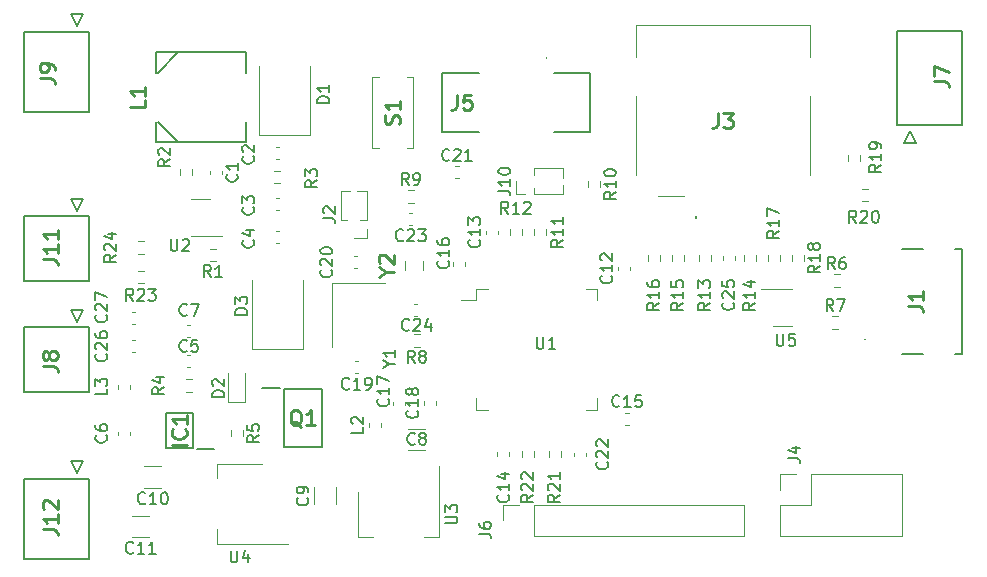
<source format=gbr>
%TF.GenerationSoftware,KiCad,Pcbnew,7.0.8*%
%TF.CreationDate,2023-10-16T09:34:00+02:00*%
%TF.ProjectId,Suspension_telemetry,53757370-656e-4736-996f-6e5f74656c65,rev?*%
%TF.SameCoordinates,Original*%
%TF.FileFunction,Legend,Top*%
%TF.FilePolarity,Positive*%
%FSLAX46Y46*%
G04 Gerber Fmt 4.6, Leading zero omitted, Abs format (unit mm)*
G04 Created by KiCad (PCBNEW 7.0.8) date 2023-10-16 09:34:00*
%MOMM*%
%LPD*%
G01*
G04 APERTURE LIST*
%ADD10C,0.254000*%
%ADD11C,0.150000*%
%ADD12C,0.127000*%
%ADD13C,0.120000*%
%ADD14C,0.200000*%
%ADD15C,0.152400*%
%ADD16C,0.100000*%
G04 APERTURE END LIST*
D10*
X69662318Y-119392094D02*
X70569461Y-119392094D01*
X70569461Y-119392094D02*
X70750889Y-119452571D01*
X70750889Y-119452571D02*
X70871842Y-119573523D01*
X70871842Y-119573523D02*
X70932318Y-119754952D01*
X70932318Y-119754952D02*
X70932318Y-119875904D01*
X70932318Y-118122094D02*
X70932318Y-118847809D01*
X70932318Y-118484952D02*
X69662318Y-118484952D01*
X69662318Y-118484952D02*
X69843746Y-118605904D01*
X69843746Y-118605904D02*
X69964699Y-118726856D01*
X69964699Y-118726856D02*
X70025175Y-118847809D01*
X69783270Y-117638285D02*
X69722794Y-117577809D01*
X69722794Y-117577809D02*
X69662318Y-117456856D01*
X69662318Y-117456856D02*
X69662318Y-117154475D01*
X69662318Y-117154475D02*
X69722794Y-117033523D01*
X69722794Y-117033523D02*
X69783270Y-116973047D01*
X69783270Y-116973047D02*
X69904222Y-116912570D01*
X69904222Y-116912570D02*
X70025175Y-116912570D01*
X70025175Y-116912570D02*
X70206603Y-116973047D01*
X70206603Y-116973047D02*
X70932318Y-117698761D01*
X70932318Y-117698761D02*
X70932318Y-116912570D01*
D11*
X111198819Y-116466857D02*
X110722628Y-116800190D01*
X111198819Y-117038285D02*
X110198819Y-117038285D01*
X110198819Y-117038285D02*
X110198819Y-116657333D01*
X110198819Y-116657333D02*
X110246438Y-116562095D01*
X110246438Y-116562095D02*
X110294057Y-116514476D01*
X110294057Y-116514476D02*
X110389295Y-116466857D01*
X110389295Y-116466857D02*
X110532152Y-116466857D01*
X110532152Y-116466857D02*
X110627390Y-116514476D01*
X110627390Y-116514476D02*
X110675009Y-116562095D01*
X110675009Y-116562095D02*
X110722628Y-116657333D01*
X110722628Y-116657333D02*
X110722628Y-117038285D01*
X110294057Y-116085904D02*
X110246438Y-116038285D01*
X110246438Y-116038285D02*
X110198819Y-115943047D01*
X110198819Y-115943047D02*
X110198819Y-115704952D01*
X110198819Y-115704952D02*
X110246438Y-115609714D01*
X110246438Y-115609714D02*
X110294057Y-115562095D01*
X110294057Y-115562095D02*
X110389295Y-115514476D01*
X110389295Y-115514476D02*
X110484533Y-115514476D01*
X110484533Y-115514476D02*
X110627390Y-115562095D01*
X110627390Y-115562095D02*
X111198819Y-116133523D01*
X111198819Y-116133523D02*
X111198819Y-115514476D01*
X110294057Y-115133523D02*
X110246438Y-115085904D01*
X110246438Y-115085904D02*
X110198819Y-114990666D01*
X110198819Y-114990666D02*
X110198819Y-114752571D01*
X110198819Y-114752571D02*
X110246438Y-114657333D01*
X110246438Y-114657333D02*
X110294057Y-114609714D01*
X110294057Y-114609714D02*
X110389295Y-114562095D01*
X110389295Y-114562095D02*
X110484533Y-114562095D01*
X110484533Y-114562095D02*
X110627390Y-114609714D01*
X110627390Y-114609714D02*
X111198819Y-115181142D01*
X111198819Y-115181142D02*
X111198819Y-114562095D01*
X92083180Y-116714166D02*
X92130800Y-116761785D01*
X92130800Y-116761785D02*
X92178419Y-116904642D01*
X92178419Y-116904642D02*
X92178419Y-116999880D01*
X92178419Y-116999880D02*
X92130800Y-117142737D01*
X92130800Y-117142737D02*
X92035561Y-117237975D01*
X92035561Y-117237975D02*
X91940323Y-117285594D01*
X91940323Y-117285594D02*
X91749847Y-117333213D01*
X91749847Y-117333213D02*
X91606990Y-117333213D01*
X91606990Y-117333213D02*
X91416514Y-117285594D01*
X91416514Y-117285594D02*
X91321276Y-117237975D01*
X91321276Y-117237975D02*
X91226038Y-117142737D01*
X91226038Y-117142737D02*
X91178419Y-116999880D01*
X91178419Y-116999880D02*
X91178419Y-116904642D01*
X91178419Y-116904642D02*
X91226038Y-116761785D01*
X91226038Y-116761785D02*
X91273657Y-116714166D01*
X92178419Y-116237975D02*
X92178419Y-116047499D01*
X92178419Y-116047499D02*
X92130800Y-115952261D01*
X92130800Y-115952261D02*
X92083180Y-115904642D01*
X92083180Y-115904642D02*
X91940323Y-115809404D01*
X91940323Y-115809404D02*
X91749847Y-115761785D01*
X91749847Y-115761785D02*
X91368895Y-115761785D01*
X91368895Y-115761785D02*
X91273657Y-115809404D01*
X91273657Y-115809404D02*
X91226038Y-115857023D01*
X91226038Y-115857023D02*
X91178419Y-115952261D01*
X91178419Y-115952261D02*
X91178419Y-116142737D01*
X91178419Y-116142737D02*
X91226038Y-116237975D01*
X91226038Y-116237975D02*
X91273657Y-116285594D01*
X91273657Y-116285594D02*
X91368895Y-116333213D01*
X91368895Y-116333213D02*
X91606990Y-116333213D01*
X91606990Y-116333213D02*
X91702228Y-116285594D01*
X91702228Y-116285594D02*
X91749847Y-116237975D01*
X91749847Y-116237975D02*
X91797466Y-116142737D01*
X91797466Y-116142737D02*
X91797466Y-115952261D01*
X91797466Y-115952261D02*
X91749847Y-115857023D01*
X91749847Y-115857023D02*
X91702228Y-115809404D01*
X91702228Y-115809404D02*
X91606990Y-115761785D01*
X96814819Y-110707466D02*
X96814819Y-111183656D01*
X96814819Y-111183656D02*
X95814819Y-111183656D01*
X95910057Y-110421751D02*
X95862438Y-110374132D01*
X95862438Y-110374132D02*
X95814819Y-110278894D01*
X95814819Y-110278894D02*
X95814819Y-110040799D01*
X95814819Y-110040799D02*
X95862438Y-109945561D01*
X95862438Y-109945561D02*
X95910057Y-109897942D01*
X95910057Y-109897942D02*
X96005295Y-109850323D01*
X96005295Y-109850323D02*
X96100533Y-109850323D01*
X96100533Y-109850323D02*
X96243390Y-109897942D01*
X96243390Y-109897942D02*
X96814819Y-110469370D01*
X96814819Y-110469370D02*
X96814819Y-109850323D01*
X86989819Y-101195094D02*
X85989819Y-101195094D01*
X85989819Y-101195094D02*
X85989819Y-100956999D01*
X85989819Y-100956999D02*
X86037438Y-100814142D01*
X86037438Y-100814142D02*
X86132676Y-100718904D01*
X86132676Y-100718904D02*
X86227914Y-100671285D01*
X86227914Y-100671285D02*
X86418390Y-100623666D01*
X86418390Y-100623666D02*
X86561247Y-100623666D01*
X86561247Y-100623666D02*
X86751723Y-100671285D01*
X86751723Y-100671285D02*
X86846961Y-100718904D01*
X86846961Y-100718904D02*
X86942200Y-100814142D01*
X86942200Y-100814142D02*
X86989819Y-100956999D01*
X86989819Y-100956999D02*
X86989819Y-101195094D01*
X85989819Y-100290332D02*
X85989819Y-99671285D01*
X85989819Y-99671285D02*
X86370771Y-100004618D01*
X86370771Y-100004618D02*
X86370771Y-99861761D01*
X86370771Y-99861761D02*
X86418390Y-99766523D01*
X86418390Y-99766523D02*
X86466009Y-99718904D01*
X86466009Y-99718904D02*
X86561247Y-99671285D01*
X86561247Y-99671285D02*
X86799342Y-99671285D01*
X86799342Y-99671285D02*
X86894580Y-99718904D01*
X86894580Y-99718904D02*
X86942200Y-99766523D01*
X86942200Y-99766523D02*
X86989819Y-99861761D01*
X86989819Y-99861761D02*
X86989819Y-100147475D01*
X86989819Y-100147475D02*
X86942200Y-100242713D01*
X86942200Y-100242713D02*
X86894580Y-100290332D01*
X123898819Y-100210857D02*
X123422628Y-100544190D01*
X123898819Y-100782285D02*
X122898819Y-100782285D01*
X122898819Y-100782285D02*
X122898819Y-100401333D01*
X122898819Y-100401333D02*
X122946438Y-100306095D01*
X122946438Y-100306095D02*
X122994057Y-100258476D01*
X122994057Y-100258476D02*
X123089295Y-100210857D01*
X123089295Y-100210857D02*
X123232152Y-100210857D01*
X123232152Y-100210857D02*
X123327390Y-100258476D01*
X123327390Y-100258476D02*
X123375009Y-100306095D01*
X123375009Y-100306095D02*
X123422628Y-100401333D01*
X123422628Y-100401333D02*
X123422628Y-100782285D01*
X123898819Y-99258476D02*
X123898819Y-99829904D01*
X123898819Y-99544190D02*
X122898819Y-99544190D01*
X122898819Y-99544190D02*
X123041676Y-99639428D01*
X123041676Y-99639428D02*
X123136914Y-99734666D01*
X123136914Y-99734666D02*
X123184533Y-99829904D01*
X122898819Y-98353714D02*
X122898819Y-98829904D01*
X122898819Y-98829904D02*
X123375009Y-98877523D01*
X123375009Y-98877523D02*
X123327390Y-98829904D01*
X123327390Y-98829904D02*
X123279771Y-98734666D01*
X123279771Y-98734666D02*
X123279771Y-98496571D01*
X123279771Y-98496571D02*
X123327390Y-98401333D01*
X123327390Y-98401333D02*
X123375009Y-98353714D01*
X123375009Y-98353714D02*
X123470247Y-98306095D01*
X123470247Y-98306095D02*
X123708342Y-98306095D01*
X123708342Y-98306095D02*
X123803580Y-98353714D01*
X123803580Y-98353714D02*
X123851200Y-98401333D01*
X123851200Y-98401333D02*
X123898819Y-98496571D01*
X123898819Y-98496571D02*
X123898819Y-98734666D01*
X123898819Y-98734666D02*
X123851200Y-98829904D01*
X123851200Y-98829904D02*
X123803580Y-98877523D01*
X138549142Y-93418819D02*
X138215809Y-92942628D01*
X137977714Y-93418819D02*
X137977714Y-92418819D01*
X137977714Y-92418819D02*
X138358666Y-92418819D01*
X138358666Y-92418819D02*
X138453904Y-92466438D01*
X138453904Y-92466438D02*
X138501523Y-92514057D01*
X138501523Y-92514057D02*
X138549142Y-92609295D01*
X138549142Y-92609295D02*
X138549142Y-92752152D01*
X138549142Y-92752152D02*
X138501523Y-92847390D01*
X138501523Y-92847390D02*
X138453904Y-92895009D01*
X138453904Y-92895009D02*
X138358666Y-92942628D01*
X138358666Y-92942628D02*
X137977714Y-92942628D01*
X138930095Y-92514057D02*
X138977714Y-92466438D01*
X138977714Y-92466438D02*
X139072952Y-92418819D01*
X139072952Y-92418819D02*
X139311047Y-92418819D01*
X139311047Y-92418819D02*
X139406285Y-92466438D01*
X139406285Y-92466438D02*
X139453904Y-92514057D01*
X139453904Y-92514057D02*
X139501523Y-92609295D01*
X139501523Y-92609295D02*
X139501523Y-92704533D01*
X139501523Y-92704533D02*
X139453904Y-92847390D01*
X139453904Y-92847390D02*
X138882476Y-93418819D01*
X138882476Y-93418819D02*
X139501523Y-93418819D01*
X140120571Y-92418819D02*
X140215809Y-92418819D01*
X140215809Y-92418819D02*
X140311047Y-92466438D01*
X140311047Y-92466438D02*
X140358666Y-92514057D01*
X140358666Y-92514057D02*
X140406285Y-92609295D01*
X140406285Y-92609295D02*
X140453904Y-92799771D01*
X140453904Y-92799771D02*
X140453904Y-93037866D01*
X140453904Y-93037866D02*
X140406285Y-93228342D01*
X140406285Y-93228342D02*
X140358666Y-93323580D01*
X140358666Y-93323580D02*
X140311047Y-93371200D01*
X140311047Y-93371200D02*
X140215809Y-93418819D01*
X140215809Y-93418819D02*
X140120571Y-93418819D01*
X140120571Y-93418819D02*
X140025333Y-93371200D01*
X140025333Y-93371200D02*
X139977714Y-93323580D01*
X139977714Y-93323580D02*
X139930095Y-93228342D01*
X139930095Y-93228342D02*
X139882476Y-93037866D01*
X139882476Y-93037866D02*
X139882476Y-92799771D01*
X139882476Y-92799771D02*
X139930095Y-92609295D01*
X139930095Y-92609295D02*
X139977714Y-92514057D01*
X139977714Y-92514057D02*
X140025333Y-92466438D01*
X140025333Y-92466438D02*
X140120571Y-92418819D01*
X75892819Y-96146857D02*
X75416628Y-96480190D01*
X75892819Y-96718285D02*
X74892819Y-96718285D01*
X74892819Y-96718285D02*
X74892819Y-96337333D01*
X74892819Y-96337333D02*
X74940438Y-96242095D01*
X74940438Y-96242095D02*
X74988057Y-96194476D01*
X74988057Y-96194476D02*
X75083295Y-96146857D01*
X75083295Y-96146857D02*
X75226152Y-96146857D01*
X75226152Y-96146857D02*
X75321390Y-96194476D01*
X75321390Y-96194476D02*
X75369009Y-96242095D01*
X75369009Y-96242095D02*
X75416628Y-96337333D01*
X75416628Y-96337333D02*
X75416628Y-96718285D01*
X74988057Y-95765904D02*
X74940438Y-95718285D01*
X74940438Y-95718285D02*
X74892819Y-95623047D01*
X74892819Y-95623047D02*
X74892819Y-95384952D01*
X74892819Y-95384952D02*
X74940438Y-95289714D01*
X74940438Y-95289714D02*
X74988057Y-95242095D01*
X74988057Y-95242095D02*
X75083295Y-95194476D01*
X75083295Y-95194476D02*
X75178533Y-95194476D01*
X75178533Y-95194476D02*
X75321390Y-95242095D01*
X75321390Y-95242095D02*
X75892819Y-95813523D01*
X75892819Y-95813523D02*
X75892819Y-95194476D01*
X75226152Y-94337333D02*
X75892819Y-94337333D01*
X74845200Y-94575428D02*
X75559485Y-94813523D01*
X75559485Y-94813523D02*
X75559485Y-94194476D01*
X129994819Y-100210857D02*
X129518628Y-100544190D01*
X129994819Y-100782285D02*
X128994819Y-100782285D01*
X128994819Y-100782285D02*
X128994819Y-100401333D01*
X128994819Y-100401333D02*
X129042438Y-100306095D01*
X129042438Y-100306095D02*
X129090057Y-100258476D01*
X129090057Y-100258476D02*
X129185295Y-100210857D01*
X129185295Y-100210857D02*
X129328152Y-100210857D01*
X129328152Y-100210857D02*
X129423390Y-100258476D01*
X129423390Y-100258476D02*
X129471009Y-100306095D01*
X129471009Y-100306095D02*
X129518628Y-100401333D01*
X129518628Y-100401333D02*
X129518628Y-100782285D01*
X129994819Y-99258476D02*
X129994819Y-99829904D01*
X129994819Y-99544190D02*
X128994819Y-99544190D01*
X128994819Y-99544190D02*
X129137676Y-99639428D01*
X129137676Y-99639428D02*
X129232914Y-99734666D01*
X129232914Y-99734666D02*
X129280533Y-99829904D01*
X129328152Y-98401333D02*
X129994819Y-98401333D01*
X128947200Y-98639428D02*
X129661485Y-98877523D01*
X129661485Y-98877523D02*
X129661485Y-98258476D01*
X118216819Y-90812857D02*
X117740628Y-91146190D01*
X118216819Y-91384285D02*
X117216819Y-91384285D01*
X117216819Y-91384285D02*
X117216819Y-91003333D01*
X117216819Y-91003333D02*
X117264438Y-90908095D01*
X117264438Y-90908095D02*
X117312057Y-90860476D01*
X117312057Y-90860476D02*
X117407295Y-90812857D01*
X117407295Y-90812857D02*
X117550152Y-90812857D01*
X117550152Y-90812857D02*
X117645390Y-90860476D01*
X117645390Y-90860476D02*
X117693009Y-90908095D01*
X117693009Y-90908095D02*
X117740628Y-91003333D01*
X117740628Y-91003333D02*
X117740628Y-91384285D01*
X118216819Y-89860476D02*
X118216819Y-90431904D01*
X118216819Y-90146190D02*
X117216819Y-90146190D01*
X117216819Y-90146190D02*
X117359676Y-90241428D01*
X117359676Y-90241428D02*
X117454914Y-90336666D01*
X117454914Y-90336666D02*
X117502533Y-90431904D01*
X117216819Y-89241428D02*
X117216819Y-89146190D01*
X117216819Y-89146190D02*
X117264438Y-89050952D01*
X117264438Y-89050952D02*
X117312057Y-89003333D01*
X117312057Y-89003333D02*
X117407295Y-88955714D01*
X117407295Y-88955714D02*
X117597771Y-88908095D01*
X117597771Y-88908095D02*
X117835866Y-88908095D01*
X117835866Y-88908095D02*
X118026342Y-88955714D01*
X118026342Y-88955714D02*
X118121580Y-89003333D01*
X118121580Y-89003333D02*
X118169200Y-89050952D01*
X118169200Y-89050952D02*
X118216819Y-89146190D01*
X118216819Y-89146190D02*
X118216819Y-89241428D01*
X118216819Y-89241428D02*
X118169200Y-89336666D01*
X118169200Y-89336666D02*
X118121580Y-89384285D01*
X118121580Y-89384285D02*
X118026342Y-89431904D01*
X118026342Y-89431904D02*
X117835866Y-89479523D01*
X117835866Y-89479523D02*
X117597771Y-89479523D01*
X117597771Y-89479523D02*
X117407295Y-89431904D01*
X117407295Y-89431904D02*
X117312057Y-89384285D01*
X117312057Y-89384285D02*
X117264438Y-89336666D01*
X117264438Y-89336666D02*
X117216819Y-89241428D01*
D10*
X81854318Y-112237762D02*
X80584318Y-112237762D01*
X81733365Y-110907285D02*
X81793842Y-110967761D01*
X81793842Y-110967761D02*
X81854318Y-111149190D01*
X81854318Y-111149190D02*
X81854318Y-111270142D01*
X81854318Y-111270142D02*
X81793842Y-111451571D01*
X81793842Y-111451571D02*
X81672889Y-111572523D01*
X81672889Y-111572523D02*
X81551937Y-111633000D01*
X81551937Y-111633000D02*
X81310032Y-111693476D01*
X81310032Y-111693476D02*
X81128603Y-111693476D01*
X81128603Y-111693476D02*
X80886699Y-111633000D01*
X80886699Y-111633000D02*
X80765746Y-111572523D01*
X80765746Y-111572523D02*
X80644794Y-111451571D01*
X80644794Y-111451571D02*
X80584318Y-111270142D01*
X80584318Y-111270142D02*
X80584318Y-111149190D01*
X80584318Y-111149190D02*
X80644794Y-110967761D01*
X80644794Y-110967761D02*
X80705270Y-110907285D01*
X81854318Y-109697761D02*
X81854318Y-110423476D01*
X81854318Y-110060619D02*
X80584318Y-110060619D01*
X80584318Y-110060619D02*
X80765746Y-110181571D01*
X80765746Y-110181571D02*
X80886699Y-110302523D01*
X80886699Y-110302523D02*
X80947175Y-110423476D01*
D11*
X128121580Y-100187357D02*
X128169200Y-100234976D01*
X128169200Y-100234976D02*
X128216819Y-100377833D01*
X128216819Y-100377833D02*
X128216819Y-100473071D01*
X128216819Y-100473071D02*
X128169200Y-100615928D01*
X128169200Y-100615928D02*
X128073961Y-100711166D01*
X128073961Y-100711166D02*
X127978723Y-100758785D01*
X127978723Y-100758785D02*
X127788247Y-100806404D01*
X127788247Y-100806404D02*
X127645390Y-100806404D01*
X127645390Y-100806404D02*
X127454914Y-100758785D01*
X127454914Y-100758785D02*
X127359676Y-100711166D01*
X127359676Y-100711166D02*
X127264438Y-100615928D01*
X127264438Y-100615928D02*
X127216819Y-100473071D01*
X127216819Y-100473071D02*
X127216819Y-100377833D01*
X127216819Y-100377833D02*
X127264438Y-100234976D01*
X127264438Y-100234976D02*
X127312057Y-100187357D01*
X127312057Y-99806404D02*
X127264438Y-99758785D01*
X127264438Y-99758785D02*
X127216819Y-99663547D01*
X127216819Y-99663547D02*
X127216819Y-99425452D01*
X127216819Y-99425452D02*
X127264438Y-99330214D01*
X127264438Y-99330214D02*
X127312057Y-99282595D01*
X127312057Y-99282595D02*
X127407295Y-99234976D01*
X127407295Y-99234976D02*
X127502533Y-99234976D01*
X127502533Y-99234976D02*
X127645390Y-99282595D01*
X127645390Y-99282595D02*
X128216819Y-99854023D01*
X128216819Y-99854023D02*
X128216819Y-99234976D01*
X127216819Y-98330214D02*
X127216819Y-98806404D01*
X127216819Y-98806404D02*
X127693009Y-98854023D01*
X127693009Y-98854023D02*
X127645390Y-98806404D01*
X127645390Y-98806404D02*
X127597771Y-98711166D01*
X127597771Y-98711166D02*
X127597771Y-98473071D01*
X127597771Y-98473071D02*
X127645390Y-98377833D01*
X127645390Y-98377833D02*
X127693009Y-98330214D01*
X127693009Y-98330214D02*
X127788247Y-98282595D01*
X127788247Y-98282595D02*
X128026342Y-98282595D01*
X128026342Y-98282595D02*
X128121580Y-98330214D01*
X128121580Y-98330214D02*
X128169200Y-98377833D01*
X128169200Y-98377833D02*
X128216819Y-98473071D01*
X128216819Y-98473071D02*
X128216819Y-98711166D01*
X128216819Y-98711166D02*
X128169200Y-98806404D01*
X128169200Y-98806404D02*
X128121580Y-98854023D01*
X83907333Y-98023819D02*
X83574000Y-97547628D01*
X83335905Y-98023819D02*
X83335905Y-97023819D01*
X83335905Y-97023819D02*
X83716857Y-97023819D01*
X83716857Y-97023819D02*
X83812095Y-97071438D01*
X83812095Y-97071438D02*
X83859714Y-97119057D01*
X83859714Y-97119057D02*
X83907333Y-97214295D01*
X83907333Y-97214295D02*
X83907333Y-97357152D01*
X83907333Y-97357152D02*
X83859714Y-97452390D01*
X83859714Y-97452390D02*
X83812095Y-97500009D01*
X83812095Y-97500009D02*
X83716857Y-97547628D01*
X83716857Y-97547628D02*
X83335905Y-97547628D01*
X84859714Y-98023819D02*
X84288286Y-98023819D01*
X84574000Y-98023819D02*
X84574000Y-97023819D01*
X84574000Y-97023819D02*
X84478762Y-97166676D01*
X84478762Y-97166676D02*
X84383524Y-97261914D01*
X84383524Y-97261914D02*
X84288286Y-97309533D01*
X103776819Y-118871904D02*
X104586342Y-118871904D01*
X104586342Y-118871904D02*
X104681580Y-118824285D01*
X104681580Y-118824285D02*
X104729200Y-118776666D01*
X104729200Y-118776666D02*
X104776819Y-118681428D01*
X104776819Y-118681428D02*
X104776819Y-118490952D01*
X104776819Y-118490952D02*
X104729200Y-118395714D01*
X104729200Y-118395714D02*
X104681580Y-118348095D01*
X104681580Y-118348095D02*
X104586342Y-118300476D01*
X104586342Y-118300476D02*
X103776819Y-118300476D01*
X103776819Y-117919523D02*
X103776819Y-117300476D01*
X103776819Y-117300476D02*
X104157771Y-117633809D01*
X104157771Y-117633809D02*
X104157771Y-117490952D01*
X104157771Y-117490952D02*
X104205390Y-117395714D01*
X104205390Y-117395714D02*
X104253009Y-117348095D01*
X104253009Y-117348095D02*
X104348247Y-117300476D01*
X104348247Y-117300476D02*
X104586342Y-117300476D01*
X104586342Y-117300476D02*
X104681580Y-117348095D01*
X104681580Y-117348095D02*
X104729200Y-117395714D01*
X104729200Y-117395714D02*
X104776819Y-117490952D01*
X104776819Y-117490952D02*
X104776819Y-117776666D01*
X104776819Y-117776666D02*
X104729200Y-117871904D01*
X104729200Y-117871904D02*
X104681580Y-117919523D01*
X80518095Y-94818819D02*
X80518095Y-95628342D01*
X80518095Y-95628342D02*
X80565714Y-95723580D01*
X80565714Y-95723580D02*
X80613333Y-95771200D01*
X80613333Y-95771200D02*
X80708571Y-95818819D01*
X80708571Y-95818819D02*
X80899047Y-95818819D01*
X80899047Y-95818819D02*
X80994285Y-95771200D01*
X80994285Y-95771200D02*
X81041904Y-95723580D01*
X81041904Y-95723580D02*
X81089523Y-95628342D01*
X81089523Y-95628342D02*
X81089523Y-94818819D01*
X81518095Y-94914057D02*
X81565714Y-94866438D01*
X81565714Y-94866438D02*
X81660952Y-94818819D01*
X81660952Y-94818819D02*
X81899047Y-94818819D01*
X81899047Y-94818819D02*
X81994285Y-94866438D01*
X81994285Y-94866438D02*
X82041904Y-94914057D01*
X82041904Y-94914057D02*
X82089523Y-95009295D01*
X82089523Y-95009295D02*
X82089523Y-95104533D01*
X82089523Y-95104533D02*
X82041904Y-95247390D01*
X82041904Y-95247390D02*
X81470476Y-95818819D01*
X81470476Y-95818819D02*
X82089523Y-95818819D01*
X99038628Y-105378190D02*
X99514819Y-105378190D01*
X98514819Y-105711523D02*
X99038628Y-105378190D01*
X99038628Y-105378190D02*
X98514819Y-105044857D01*
X99514819Y-104187714D02*
X99514819Y-104759142D01*
X99514819Y-104473428D02*
X98514819Y-104473428D01*
X98514819Y-104473428D02*
X98657676Y-104568666D01*
X98657676Y-104568666D02*
X98752914Y-104663904D01*
X98752914Y-104663904D02*
X98800533Y-104759142D01*
X109071580Y-116466857D02*
X109119200Y-116514476D01*
X109119200Y-116514476D02*
X109166819Y-116657333D01*
X109166819Y-116657333D02*
X109166819Y-116752571D01*
X109166819Y-116752571D02*
X109119200Y-116895428D01*
X109119200Y-116895428D02*
X109023961Y-116990666D01*
X109023961Y-116990666D02*
X108928723Y-117038285D01*
X108928723Y-117038285D02*
X108738247Y-117085904D01*
X108738247Y-117085904D02*
X108595390Y-117085904D01*
X108595390Y-117085904D02*
X108404914Y-117038285D01*
X108404914Y-117038285D02*
X108309676Y-116990666D01*
X108309676Y-116990666D02*
X108214438Y-116895428D01*
X108214438Y-116895428D02*
X108166819Y-116752571D01*
X108166819Y-116752571D02*
X108166819Y-116657333D01*
X108166819Y-116657333D02*
X108214438Y-116514476D01*
X108214438Y-116514476D02*
X108262057Y-116466857D01*
X109166819Y-115514476D02*
X109166819Y-116085904D01*
X109166819Y-115800190D02*
X108166819Y-115800190D01*
X108166819Y-115800190D02*
X108309676Y-115895428D01*
X108309676Y-115895428D02*
X108404914Y-115990666D01*
X108404914Y-115990666D02*
X108452533Y-116085904D01*
X108500152Y-114657333D02*
X109166819Y-114657333D01*
X108119200Y-114895428D02*
X108833485Y-115133523D01*
X108833485Y-115133523D02*
X108833485Y-114514476D01*
D10*
X78298318Y-83015666D02*
X78298318Y-83620428D01*
X78298318Y-83620428D02*
X77028318Y-83620428D01*
X78298318Y-81927094D02*
X78298318Y-82652809D01*
X78298318Y-82289952D02*
X77028318Y-82289952D01*
X77028318Y-82289952D02*
X77209746Y-82410904D01*
X77209746Y-82410904D02*
X77330699Y-82531856D01*
X77330699Y-82531856D02*
X77391175Y-82652809D01*
D11*
X136612333Y-100878819D02*
X136279000Y-100402628D01*
X136040905Y-100878819D02*
X136040905Y-99878819D01*
X136040905Y-99878819D02*
X136421857Y-99878819D01*
X136421857Y-99878819D02*
X136517095Y-99926438D01*
X136517095Y-99926438D02*
X136564714Y-99974057D01*
X136564714Y-99974057D02*
X136612333Y-100069295D01*
X136612333Y-100069295D02*
X136612333Y-100212152D01*
X136612333Y-100212152D02*
X136564714Y-100307390D01*
X136564714Y-100307390D02*
X136517095Y-100355009D01*
X136517095Y-100355009D02*
X136421857Y-100402628D01*
X136421857Y-100402628D02*
X136040905Y-100402628D01*
X136945667Y-99878819D02*
X137612333Y-99878819D01*
X137612333Y-99878819D02*
X137183762Y-100878819D01*
X136739333Y-97322819D02*
X136406000Y-96846628D01*
X136167905Y-97322819D02*
X136167905Y-96322819D01*
X136167905Y-96322819D02*
X136548857Y-96322819D01*
X136548857Y-96322819D02*
X136644095Y-96370438D01*
X136644095Y-96370438D02*
X136691714Y-96418057D01*
X136691714Y-96418057D02*
X136739333Y-96513295D01*
X136739333Y-96513295D02*
X136739333Y-96656152D01*
X136739333Y-96656152D02*
X136691714Y-96751390D01*
X136691714Y-96751390D02*
X136644095Y-96799009D01*
X136644095Y-96799009D02*
X136548857Y-96846628D01*
X136548857Y-96846628D02*
X136167905Y-96846628D01*
X137596476Y-96322819D02*
X137406000Y-96322819D01*
X137406000Y-96322819D02*
X137310762Y-96370438D01*
X137310762Y-96370438D02*
X137263143Y-96418057D01*
X137263143Y-96418057D02*
X137167905Y-96560914D01*
X137167905Y-96560914D02*
X137120286Y-96751390D01*
X137120286Y-96751390D02*
X137120286Y-97132342D01*
X137120286Y-97132342D02*
X137167905Y-97227580D01*
X137167905Y-97227580D02*
X137215524Y-97275200D01*
X137215524Y-97275200D02*
X137310762Y-97322819D01*
X137310762Y-97322819D02*
X137501238Y-97322819D01*
X137501238Y-97322819D02*
X137596476Y-97275200D01*
X137596476Y-97275200D02*
X137644095Y-97227580D01*
X137644095Y-97227580D02*
X137691714Y-97132342D01*
X137691714Y-97132342D02*
X137691714Y-96894247D01*
X137691714Y-96894247D02*
X137644095Y-96799009D01*
X137644095Y-96799009D02*
X137596476Y-96751390D01*
X137596476Y-96751390D02*
X137501238Y-96703771D01*
X137501238Y-96703771D02*
X137310762Y-96703771D01*
X137310762Y-96703771D02*
X137215524Y-96751390D01*
X137215524Y-96751390D02*
X137167905Y-96799009D01*
X137167905Y-96799009D02*
X137120286Y-96894247D01*
X117801580Y-97924857D02*
X117849200Y-97972476D01*
X117849200Y-97972476D02*
X117896819Y-98115333D01*
X117896819Y-98115333D02*
X117896819Y-98210571D01*
X117896819Y-98210571D02*
X117849200Y-98353428D01*
X117849200Y-98353428D02*
X117753961Y-98448666D01*
X117753961Y-98448666D02*
X117658723Y-98496285D01*
X117658723Y-98496285D02*
X117468247Y-98543904D01*
X117468247Y-98543904D02*
X117325390Y-98543904D01*
X117325390Y-98543904D02*
X117134914Y-98496285D01*
X117134914Y-98496285D02*
X117039676Y-98448666D01*
X117039676Y-98448666D02*
X116944438Y-98353428D01*
X116944438Y-98353428D02*
X116896819Y-98210571D01*
X116896819Y-98210571D02*
X116896819Y-98115333D01*
X116896819Y-98115333D02*
X116944438Y-97972476D01*
X116944438Y-97972476D02*
X116992057Y-97924857D01*
X117896819Y-96972476D02*
X117896819Y-97543904D01*
X117896819Y-97258190D02*
X116896819Y-97258190D01*
X116896819Y-97258190D02*
X117039676Y-97353428D01*
X117039676Y-97353428D02*
X117134914Y-97448666D01*
X117134914Y-97448666D02*
X117182533Y-97543904D01*
X116992057Y-96591523D02*
X116944438Y-96543904D01*
X116944438Y-96543904D02*
X116896819Y-96448666D01*
X116896819Y-96448666D02*
X116896819Y-96210571D01*
X116896819Y-96210571D02*
X116944438Y-96115333D01*
X116944438Y-96115333D02*
X116992057Y-96067714D01*
X116992057Y-96067714D02*
X117087295Y-96020095D01*
X117087295Y-96020095D02*
X117182533Y-96020095D01*
X117182533Y-96020095D02*
X117325390Y-96067714D01*
X117325390Y-96067714D02*
X117896819Y-96639142D01*
X117896819Y-96639142D02*
X117896819Y-96020095D01*
X101179333Y-112119580D02*
X101131714Y-112167200D01*
X101131714Y-112167200D02*
X100988857Y-112214819D01*
X100988857Y-112214819D02*
X100893619Y-112214819D01*
X100893619Y-112214819D02*
X100750762Y-112167200D01*
X100750762Y-112167200D02*
X100655524Y-112071961D01*
X100655524Y-112071961D02*
X100607905Y-111976723D01*
X100607905Y-111976723D02*
X100560286Y-111786247D01*
X100560286Y-111786247D02*
X100560286Y-111643390D01*
X100560286Y-111643390D02*
X100607905Y-111452914D01*
X100607905Y-111452914D02*
X100655524Y-111357676D01*
X100655524Y-111357676D02*
X100750762Y-111262438D01*
X100750762Y-111262438D02*
X100893619Y-111214819D01*
X100893619Y-111214819D02*
X100988857Y-111214819D01*
X100988857Y-111214819D02*
X101131714Y-111262438D01*
X101131714Y-111262438D02*
X101179333Y-111310057D01*
X101750762Y-111643390D02*
X101655524Y-111595771D01*
X101655524Y-111595771D02*
X101607905Y-111548152D01*
X101607905Y-111548152D02*
X101560286Y-111452914D01*
X101560286Y-111452914D02*
X101560286Y-111405295D01*
X101560286Y-111405295D02*
X101607905Y-111310057D01*
X101607905Y-111310057D02*
X101655524Y-111262438D01*
X101655524Y-111262438D02*
X101750762Y-111214819D01*
X101750762Y-111214819D02*
X101941238Y-111214819D01*
X101941238Y-111214819D02*
X102036476Y-111262438D01*
X102036476Y-111262438D02*
X102084095Y-111310057D01*
X102084095Y-111310057D02*
X102131714Y-111405295D01*
X102131714Y-111405295D02*
X102131714Y-111452914D01*
X102131714Y-111452914D02*
X102084095Y-111548152D01*
X102084095Y-111548152D02*
X102036476Y-111595771D01*
X102036476Y-111595771D02*
X101941238Y-111643390D01*
X101941238Y-111643390D02*
X101750762Y-111643390D01*
X101750762Y-111643390D02*
X101655524Y-111691009D01*
X101655524Y-111691009D02*
X101607905Y-111738628D01*
X101607905Y-111738628D02*
X101560286Y-111833866D01*
X101560286Y-111833866D02*
X101560286Y-112024342D01*
X101560286Y-112024342D02*
X101607905Y-112119580D01*
X101607905Y-112119580D02*
X101655524Y-112167200D01*
X101655524Y-112167200D02*
X101750762Y-112214819D01*
X101750762Y-112214819D02*
X101941238Y-112214819D01*
X101941238Y-112214819D02*
X102036476Y-112167200D01*
X102036476Y-112167200D02*
X102084095Y-112119580D01*
X102084095Y-112119580D02*
X102131714Y-112024342D01*
X102131714Y-112024342D02*
X102131714Y-111833866D01*
X102131714Y-111833866D02*
X102084095Y-111738628D01*
X102084095Y-111738628D02*
X102036476Y-111691009D01*
X102036476Y-111691009D02*
X101941238Y-111643390D01*
X80464819Y-88050666D02*
X79988628Y-88383999D01*
X80464819Y-88622094D02*
X79464819Y-88622094D01*
X79464819Y-88622094D02*
X79464819Y-88241142D01*
X79464819Y-88241142D02*
X79512438Y-88145904D01*
X79512438Y-88145904D02*
X79560057Y-88098285D01*
X79560057Y-88098285D02*
X79655295Y-88050666D01*
X79655295Y-88050666D02*
X79798152Y-88050666D01*
X79798152Y-88050666D02*
X79893390Y-88098285D01*
X79893390Y-88098285D02*
X79941009Y-88145904D01*
X79941009Y-88145904D02*
X79988628Y-88241142D01*
X79988628Y-88241142D02*
X79988628Y-88622094D01*
X79560057Y-87669713D02*
X79512438Y-87622094D01*
X79512438Y-87622094D02*
X79464819Y-87526856D01*
X79464819Y-87526856D02*
X79464819Y-87288761D01*
X79464819Y-87288761D02*
X79512438Y-87193523D01*
X79512438Y-87193523D02*
X79560057Y-87145904D01*
X79560057Y-87145904D02*
X79655295Y-87098285D01*
X79655295Y-87098285D02*
X79750533Y-87098285D01*
X79750533Y-87098285D02*
X79893390Y-87145904D01*
X79893390Y-87145904D02*
X80464819Y-87717332D01*
X80464819Y-87717332D02*
X80464819Y-87098285D01*
X106627819Y-119738333D02*
X107342104Y-119738333D01*
X107342104Y-119738333D02*
X107484961Y-119785952D01*
X107484961Y-119785952D02*
X107580200Y-119881190D01*
X107580200Y-119881190D02*
X107627819Y-120024047D01*
X107627819Y-120024047D02*
X107627819Y-120119285D01*
X106627819Y-118833571D02*
X106627819Y-119024047D01*
X106627819Y-119024047D02*
X106675438Y-119119285D01*
X106675438Y-119119285D02*
X106723057Y-119166904D01*
X106723057Y-119166904D02*
X106865914Y-119262142D01*
X106865914Y-119262142D02*
X107056390Y-119309761D01*
X107056390Y-119309761D02*
X107437342Y-119309761D01*
X107437342Y-119309761D02*
X107532580Y-119262142D01*
X107532580Y-119262142D02*
X107580200Y-119214523D01*
X107580200Y-119214523D02*
X107627819Y-119119285D01*
X107627819Y-119119285D02*
X107627819Y-118928809D01*
X107627819Y-118928809D02*
X107580200Y-118833571D01*
X107580200Y-118833571D02*
X107532580Y-118785952D01*
X107532580Y-118785952D02*
X107437342Y-118738333D01*
X107437342Y-118738333D02*
X107199247Y-118738333D01*
X107199247Y-118738333D02*
X107104009Y-118785952D01*
X107104009Y-118785952D02*
X107056390Y-118833571D01*
X107056390Y-118833571D02*
X107008771Y-118928809D01*
X107008771Y-118928809D02*
X107008771Y-119119285D01*
X107008771Y-119119285D02*
X107056390Y-119214523D01*
X107056390Y-119214523D02*
X107104009Y-119262142D01*
X107104009Y-119262142D02*
X107199247Y-119309761D01*
X132026819Y-94114857D02*
X131550628Y-94448190D01*
X132026819Y-94686285D02*
X131026819Y-94686285D01*
X131026819Y-94686285D02*
X131026819Y-94305333D01*
X131026819Y-94305333D02*
X131074438Y-94210095D01*
X131074438Y-94210095D02*
X131122057Y-94162476D01*
X131122057Y-94162476D02*
X131217295Y-94114857D01*
X131217295Y-94114857D02*
X131360152Y-94114857D01*
X131360152Y-94114857D02*
X131455390Y-94162476D01*
X131455390Y-94162476D02*
X131503009Y-94210095D01*
X131503009Y-94210095D02*
X131550628Y-94305333D01*
X131550628Y-94305333D02*
X131550628Y-94686285D01*
X132026819Y-93162476D02*
X132026819Y-93733904D01*
X132026819Y-93448190D02*
X131026819Y-93448190D01*
X131026819Y-93448190D02*
X131169676Y-93543428D01*
X131169676Y-93543428D02*
X131264914Y-93638666D01*
X131264914Y-93638666D02*
X131312533Y-93733904D01*
X131026819Y-92829142D02*
X131026819Y-92162476D01*
X131026819Y-92162476D02*
X132026819Y-92591047D01*
X86117580Y-89320666D02*
X86165200Y-89368285D01*
X86165200Y-89368285D02*
X86212819Y-89511142D01*
X86212819Y-89511142D02*
X86212819Y-89606380D01*
X86212819Y-89606380D02*
X86165200Y-89749237D01*
X86165200Y-89749237D02*
X86069961Y-89844475D01*
X86069961Y-89844475D02*
X85974723Y-89892094D01*
X85974723Y-89892094D02*
X85784247Y-89939713D01*
X85784247Y-89939713D02*
X85641390Y-89939713D01*
X85641390Y-89939713D02*
X85450914Y-89892094D01*
X85450914Y-89892094D02*
X85355676Y-89844475D01*
X85355676Y-89844475D02*
X85260438Y-89749237D01*
X85260438Y-89749237D02*
X85212819Y-89606380D01*
X85212819Y-89606380D02*
X85212819Y-89511142D01*
X85212819Y-89511142D02*
X85260438Y-89368285D01*
X85260438Y-89368285D02*
X85308057Y-89320666D01*
X86212819Y-88368285D02*
X86212819Y-88939713D01*
X86212819Y-88653999D02*
X85212819Y-88653999D01*
X85212819Y-88653999D02*
X85355676Y-88749237D01*
X85355676Y-88749237D02*
X85450914Y-88844475D01*
X85450914Y-88844475D02*
X85498533Y-88939713D01*
X77335142Y-100022819D02*
X77001809Y-99546628D01*
X76763714Y-100022819D02*
X76763714Y-99022819D01*
X76763714Y-99022819D02*
X77144666Y-99022819D01*
X77144666Y-99022819D02*
X77239904Y-99070438D01*
X77239904Y-99070438D02*
X77287523Y-99118057D01*
X77287523Y-99118057D02*
X77335142Y-99213295D01*
X77335142Y-99213295D02*
X77335142Y-99356152D01*
X77335142Y-99356152D02*
X77287523Y-99451390D01*
X77287523Y-99451390D02*
X77239904Y-99499009D01*
X77239904Y-99499009D02*
X77144666Y-99546628D01*
X77144666Y-99546628D02*
X76763714Y-99546628D01*
X77716095Y-99118057D02*
X77763714Y-99070438D01*
X77763714Y-99070438D02*
X77858952Y-99022819D01*
X77858952Y-99022819D02*
X78097047Y-99022819D01*
X78097047Y-99022819D02*
X78192285Y-99070438D01*
X78192285Y-99070438D02*
X78239904Y-99118057D01*
X78239904Y-99118057D02*
X78287523Y-99213295D01*
X78287523Y-99213295D02*
X78287523Y-99308533D01*
X78287523Y-99308533D02*
X78239904Y-99451390D01*
X78239904Y-99451390D02*
X77668476Y-100022819D01*
X77668476Y-100022819D02*
X78287523Y-100022819D01*
X78620857Y-99022819D02*
X79239904Y-99022819D01*
X79239904Y-99022819D02*
X78906571Y-99403771D01*
X78906571Y-99403771D02*
X79049428Y-99403771D01*
X79049428Y-99403771D02*
X79144666Y-99451390D01*
X79144666Y-99451390D02*
X79192285Y-99499009D01*
X79192285Y-99499009D02*
X79239904Y-99594247D01*
X79239904Y-99594247D02*
X79239904Y-99832342D01*
X79239904Y-99832342D02*
X79192285Y-99927580D01*
X79192285Y-99927580D02*
X79144666Y-99975200D01*
X79144666Y-99975200D02*
X79049428Y-100022819D01*
X79049428Y-100022819D02*
X78763714Y-100022819D01*
X78763714Y-100022819D02*
X78668476Y-99975200D01*
X78668476Y-99975200D02*
X78620857Y-99927580D01*
X101380580Y-109333357D02*
X101428200Y-109380976D01*
X101428200Y-109380976D02*
X101475819Y-109523833D01*
X101475819Y-109523833D02*
X101475819Y-109619071D01*
X101475819Y-109619071D02*
X101428200Y-109761928D01*
X101428200Y-109761928D02*
X101332961Y-109857166D01*
X101332961Y-109857166D02*
X101237723Y-109904785D01*
X101237723Y-109904785D02*
X101047247Y-109952404D01*
X101047247Y-109952404D02*
X100904390Y-109952404D01*
X100904390Y-109952404D02*
X100713914Y-109904785D01*
X100713914Y-109904785D02*
X100618676Y-109857166D01*
X100618676Y-109857166D02*
X100523438Y-109761928D01*
X100523438Y-109761928D02*
X100475819Y-109619071D01*
X100475819Y-109619071D02*
X100475819Y-109523833D01*
X100475819Y-109523833D02*
X100523438Y-109380976D01*
X100523438Y-109380976D02*
X100571057Y-109333357D01*
X101475819Y-108380976D02*
X101475819Y-108952404D01*
X101475819Y-108666690D02*
X100475819Y-108666690D01*
X100475819Y-108666690D02*
X100618676Y-108761928D01*
X100618676Y-108761928D02*
X100713914Y-108857166D01*
X100713914Y-108857166D02*
X100761533Y-108952404D01*
X100904390Y-107809547D02*
X100856771Y-107904785D01*
X100856771Y-107904785D02*
X100809152Y-107952404D01*
X100809152Y-107952404D02*
X100713914Y-108000023D01*
X100713914Y-108000023D02*
X100666295Y-108000023D01*
X100666295Y-108000023D02*
X100571057Y-107952404D01*
X100571057Y-107952404D02*
X100523438Y-107904785D01*
X100523438Y-107904785D02*
X100475819Y-107809547D01*
X100475819Y-107809547D02*
X100475819Y-107619071D01*
X100475819Y-107619071D02*
X100523438Y-107523833D01*
X100523438Y-107523833D02*
X100571057Y-107476214D01*
X100571057Y-107476214D02*
X100666295Y-107428595D01*
X100666295Y-107428595D02*
X100713914Y-107428595D01*
X100713914Y-107428595D02*
X100809152Y-107476214D01*
X100809152Y-107476214D02*
X100856771Y-107523833D01*
X100856771Y-107523833D02*
X100904390Y-107619071D01*
X100904390Y-107619071D02*
X100904390Y-107809547D01*
X100904390Y-107809547D02*
X100952009Y-107904785D01*
X100952009Y-107904785D02*
X100999628Y-107952404D01*
X100999628Y-107952404D02*
X101094866Y-108000023D01*
X101094866Y-108000023D02*
X101285342Y-108000023D01*
X101285342Y-108000023D02*
X101380580Y-107952404D01*
X101380580Y-107952404D02*
X101428200Y-107904785D01*
X101428200Y-107904785D02*
X101475819Y-107809547D01*
X101475819Y-107809547D02*
X101475819Y-107619071D01*
X101475819Y-107619071D02*
X101428200Y-107523833D01*
X101428200Y-107523833D02*
X101380580Y-107476214D01*
X101380580Y-107476214D02*
X101285342Y-107428595D01*
X101285342Y-107428595D02*
X101094866Y-107428595D01*
X101094866Y-107428595D02*
X100999628Y-107476214D01*
X100999628Y-107476214D02*
X100952009Y-107523833D01*
X100952009Y-107523833D02*
X100904390Y-107619071D01*
X85036819Y-108180094D02*
X84036819Y-108180094D01*
X84036819Y-108180094D02*
X84036819Y-107941999D01*
X84036819Y-107941999D02*
X84084438Y-107799142D01*
X84084438Y-107799142D02*
X84179676Y-107703904D01*
X84179676Y-107703904D02*
X84274914Y-107656285D01*
X84274914Y-107656285D02*
X84465390Y-107608666D01*
X84465390Y-107608666D02*
X84608247Y-107608666D01*
X84608247Y-107608666D02*
X84798723Y-107656285D01*
X84798723Y-107656285D02*
X84893961Y-107703904D01*
X84893961Y-107703904D02*
X84989200Y-107799142D01*
X84989200Y-107799142D02*
X85036819Y-107941999D01*
X85036819Y-107941999D02*
X85036819Y-108180094D01*
X84132057Y-107227713D02*
X84084438Y-107180094D01*
X84084438Y-107180094D02*
X84036819Y-107084856D01*
X84036819Y-107084856D02*
X84036819Y-106846761D01*
X84036819Y-106846761D02*
X84084438Y-106751523D01*
X84084438Y-106751523D02*
X84132057Y-106703904D01*
X84132057Y-106703904D02*
X84227295Y-106656285D01*
X84227295Y-106656285D02*
X84322533Y-106656285D01*
X84322533Y-106656285D02*
X84465390Y-106703904D01*
X84465390Y-106703904D02*
X85036819Y-107275332D01*
X85036819Y-107275332D02*
X85036819Y-106656285D01*
D10*
X98775556Y-97632761D02*
X99380318Y-97632761D01*
X98110318Y-98056094D02*
X98775556Y-97632761D01*
X98775556Y-97632761D02*
X98110318Y-97209427D01*
X98231270Y-96846571D02*
X98170794Y-96786095D01*
X98170794Y-96786095D02*
X98110318Y-96665142D01*
X98110318Y-96665142D02*
X98110318Y-96362761D01*
X98110318Y-96362761D02*
X98170794Y-96241809D01*
X98170794Y-96241809D02*
X98231270Y-96181333D01*
X98231270Y-96181333D02*
X98352222Y-96120856D01*
X98352222Y-96120856D02*
X98473175Y-96120856D01*
X98473175Y-96120856D02*
X98654603Y-96181333D01*
X98654603Y-96181333D02*
X99380318Y-96907047D01*
X99380318Y-96907047D02*
X99380318Y-96120856D01*
D11*
X100703142Y-102467580D02*
X100655523Y-102515200D01*
X100655523Y-102515200D02*
X100512666Y-102562819D01*
X100512666Y-102562819D02*
X100417428Y-102562819D01*
X100417428Y-102562819D02*
X100274571Y-102515200D01*
X100274571Y-102515200D02*
X100179333Y-102419961D01*
X100179333Y-102419961D02*
X100131714Y-102324723D01*
X100131714Y-102324723D02*
X100084095Y-102134247D01*
X100084095Y-102134247D02*
X100084095Y-101991390D01*
X100084095Y-101991390D02*
X100131714Y-101800914D01*
X100131714Y-101800914D02*
X100179333Y-101705676D01*
X100179333Y-101705676D02*
X100274571Y-101610438D01*
X100274571Y-101610438D02*
X100417428Y-101562819D01*
X100417428Y-101562819D02*
X100512666Y-101562819D01*
X100512666Y-101562819D02*
X100655523Y-101610438D01*
X100655523Y-101610438D02*
X100703142Y-101658057D01*
X101084095Y-101658057D02*
X101131714Y-101610438D01*
X101131714Y-101610438D02*
X101226952Y-101562819D01*
X101226952Y-101562819D02*
X101465047Y-101562819D01*
X101465047Y-101562819D02*
X101560285Y-101610438D01*
X101560285Y-101610438D02*
X101607904Y-101658057D01*
X101607904Y-101658057D02*
X101655523Y-101753295D01*
X101655523Y-101753295D02*
X101655523Y-101848533D01*
X101655523Y-101848533D02*
X101607904Y-101991390D01*
X101607904Y-101991390D02*
X101036476Y-102562819D01*
X101036476Y-102562819D02*
X101655523Y-102562819D01*
X102512666Y-101896152D02*
X102512666Y-102562819D01*
X102274571Y-101515200D02*
X102036476Y-102229485D01*
X102036476Y-102229485D02*
X102655523Y-102229485D01*
X75035580Y-111418666D02*
X75083200Y-111466285D01*
X75083200Y-111466285D02*
X75130819Y-111609142D01*
X75130819Y-111609142D02*
X75130819Y-111704380D01*
X75130819Y-111704380D02*
X75083200Y-111847237D01*
X75083200Y-111847237D02*
X74987961Y-111942475D01*
X74987961Y-111942475D02*
X74892723Y-111990094D01*
X74892723Y-111990094D02*
X74702247Y-112037713D01*
X74702247Y-112037713D02*
X74559390Y-112037713D01*
X74559390Y-112037713D02*
X74368914Y-111990094D01*
X74368914Y-111990094D02*
X74273676Y-111942475D01*
X74273676Y-111942475D02*
X74178438Y-111847237D01*
X74178438Y-111847237D02*
X74130819Y-111704380D01*
X74130819Y-111704380D02*
X74130819Y-111609142D01*
X74130819Y-111609142D02*
X74178438Y-111466285D01*
X74178438Y-111466285D02*
X74226057Y-111418666D01*
X74130819Y-110561523D02*
X74130819Y-110751999D01*
X74130819Y-110751999D02*
X74178438Y-110847237D01*
X74178438Y-110847237D02*
X74226057Y-110894856D01*
X74226057Y-110894856D02*
X74368914Y-110990094D01*
X74368914Y-110990094D02*
X74559390Y-111037713D01*
X74559390Y-111037713D02*
X74940342Y-111037713D01*
X74940342Y-111037713D02*
X75035580Y-110990094D01*
X75035580Y-110990094D02*
X75083200Y-110942475D01*
X75083200Y-110942475D02*
X75130819Y-110847237D01*
X75130819Y-110847237D02*
X75130819Y-110656761D01*
X75130819Y-110656761D02*
X75083200Y-110561523D01*
X75083200Y-110561523D02*
X75035580Y-110513904D01*
X75035580Y-110513904D02*
X74940342Y-110466285D01*
X74940342Y-110466285D02*
X74702247Y-110466285D01*
X74702247Y-110466285D02*
X74607009Y-110513904D01*
X74607009Y-110513904D02*
X74559390Y-110561523D01*
X74559390Y-110561523D02*
X74511771Y-110656761D01*
X74511771Y-110656761D02*
X74511771Y-110847237D01*
X74511771Y-110847237D02*
X74559390Y-110942475D01*
X74559390Y-110942475D02*
X74607009Y-110990094D01*
X74607009Y-110990094D02*
X74702247Y-111037713D01*
X87481580Y-87796666D02*
X87529200Y-87844285D01*
X87529200Y-87844285D02*
X87576819Y-87987142D01*
X87576819Y-87987142D02*
X87576819Y-88082380D01*
X87576819Y-88082380D02*
X87529200Y-88225237D01*
X87529200Y-88225237D02*
X87433961Y-88320475D01*
X87433961Y-88320475D02*
X87338723Y-88368094D01*
X87338723Y-88368094D02*
X87148247Y-88415713D01*
X87148247Y-88415713D02*
X87005390Y-88415713D01*
X87005390Y-88415713D02*
X86814914Y-88368094D01*
X86814914Y-88368094D02*
X86719676Y-88320475D01*
X86719676Y-88320475D02*
X86624438Y-88225237D01*
X86624438Y-88225237D02*
X86576819Y-88082380D01*
X86576819Y-88082380D02*
X86576819Y-87987142D01*
X86576819Y-87987142D02*
X86624438Y-87844285D01*
X86624438Y-87844285D02*
X86672057Y-87796666D01*
X86672057Y-87415713D02*
X86624438Y-87368094D01*
X86624438Y-87368094D02*
X86576819Y-87272856D01*
X86576819Y-87272856D02*
X86576819Y-87034761D01*
X86576819Y-87034761D02*
X86624438Y-86939523D01*
X86624438Y-86939523D02*
X86672057Y-86891904D01*
X86672057Y-86891904D02*
X86767295Y-86844285D01*
X86767295Y-86844285D02*
X86862533Y-86844285D01*
X86862533Y-86844285D02*
X87005390Y-86891904D01*
X87005390Y-86891904D02*
X87576819Y-87463332D01*
X87576819Y-87463332D02*
X87576819Y-86844285D01*
D10*
X126830667Y-84140318D02*
X126830667Y-85047461D01*
X126830667Y-85047461D02*
X126770190Y-85228889D01*
X126770190Y-85228889D02*
X126649238Y-85349842D01*
X126649238Y-85349842D02*
X126467809Y-85410318D01*
X126467809Y-85410318D02*
X126346857Y-85410318D01*
X127314476Y-84140318D02*
X128100667Y-84140318D01*
X128100667Y-84140318D02*
X127677333Y-84624127D01*
X127677333Y-84624127D02*
X127858762Y-84624127D01*
X127858762Y-84624127D02*
X127979714Y-84684603D01*
X127979714Y-84684603D02*
X128040190Y-84745080D01*
X128040190Y-84745080D02*
X128100667Y-84866032D01*
X128100667Y-84866032D02*
X128100667Y-85168413D01*
X128100667Y-85168413D02*
X128040190Y-85289365D01*
X128040190Y-85289365D02*
X127979714Y-85349842D01*
X127979714Y-85349842D02*
X127858762Y-85410318D01*
X127858762Y-85410318D02*
X127495905Y-85410318D01*
X127495905Y-85410318D02*
X127374952Y-85349842D01*
X127374952Y-85349842D02*
X127314476Y-85289365D01*
D11*
X126184819Y-100210857D02*
X125708628Y-100544190D01*
X126184819Y-100782285D02*
X125184819Y-100782285D01*
X125184819Y-100782285D02*
X125184819Y-100401333D01*
X125184819Y-100401333D02*
X125232438Y-100306095D01*
X125232438Y-100306095D02*
X125280057Y-100258476D01*
X125280057Y-100258476D02*
X125375295Y-100210857D01*
X125375295Y-100210857D02*
X125518152Y-100210857D01*
X125518152Y-100210857D02*
X125613390Y-100258476D01*
X125613390Y-100258476D02*
X125661009Y-100306095D01*
X125661009Y-100306095D02*
X125708628Y-100401333D01*
X125708628Y-100401333D02*
X125708628Y-100782285D01*
X126184819Y-99258476D02*
X126184819Y-99829904D01*
X126184819Y-99544190D02*
X125184819Y-99544190D01*
X125184819Y-99544190D02*
X125327676Y-99639428D01*
X125327676Y-99639428D02*
X125422914Y-99734666D01*
X125422914Y-99734666D02*
X125470533Y-99829904D01*
X125184819Y-98925142D02*
X125184819Y-98306095D01*
X125184819Y-98306095D02*
X125565771Y-98639428D01*
X125565771Y-98639428D02*
X125565771Y-98496571D01*
X125565771Y-98496571D02*
X125613390Y-98401333D01*
X125613390Y-98401333D02*
X125661009Y-98353714D01*
X125661009Y-98353714D02*
X125756247Y-98306095D01*
X125756247Y-98306095D02*
X125994342Y-98306095D01*
X125994342Y-98306095D02*
X126089580Y-98353714D01*
X126089580Y-98353714D02*
X126137200Y-98401333D01*
X126137200Y-98401333D02*
X126184819Y-98496571D01*
X126184819Y-98496571D02*
X126184819Y-98782285D01*
X126184819Y-98782285D02*
X126137200Y-98877523D01*
X126137200Y-98877523D02*
X126089580Y-98925142D01*
X79956819Y-107354666D02*
X79480628Y-107687999D01*
X79956819Y-107926094D02*
X78956819Y-107926094D01*
X78956819Y-107926094D02*
X78956819Y-107545142D01*
X78956819Y-107545142D02*
X79004438Y-107449904D01*
X79004438Y-107449904D02*
X79052057Y-107402285D01*
X79052057Y-107402285D02*
X79147295Y-107354666D01*
X79147295Y-107354666D02*
X79290152Y-107354666D01*
X79290152Y-107354666D02*
X79385390Y-107402285D01*
X79385390Y-107402285D02*
X79433009Y-107449904D01*
X79433009Y-107449904D02*
X79480628Y-107545142D01*
X79480628Y-107545142D02*
X79480628Y-107926094D01*
X79290152Y-106497523D02*
X79956819Y-106497523D01*
X78909200Y-106735618D02*
X79623485Y-106973713D01*
X79623485Y-106973713D02*
X79623485Y-106354666D01*
D10*
X99827842Y-85041619D02*
X99888318Y-84860190D01*
X99888318Y-84860190D02*
X99888318Y-84557809D01*
X99888318Y-84557809D02*
X99827842Y-84436857D01*
X99827842Y-84436857D02*
X99767365Y-84376381D01*
X99767365Y-84376381D02*
X99646413Y-84315904D01*
X99646413Y-84315904D02*
X99525461Y-84315904D01*
X99525461Y-84315904D02*
X99404508Y-84376381D01*
X99404508Y-84376381D02*
X99344032Y-84436857D01*
X99344032Y-84436857D02*
X99283556Y-84557809D01*
X99283556Y-84557809D02*
X99223080Y-84799714D01*
X99223080Y-84799714D02*
X99162603Y-84920666D01*
X99162603Y-84920666D02*
X99102127Y-84981143D01*
X99102127Y-84981143D02*
X98981175Y-85041619D01*
X98981175Y-85041619D02*
X98860222Y-85041619D01*
X98860222Y-85041619D02*
X98739270Y-84981143D01*
X98739270Y-84981143D02*
X98678794Y-84920666D01*
X98678794Y-84920666D02*
X98618318Y-84799714D01*
X98618318Y-84799714D02*
X98618318Y-84497333D01*
X98618318Y-84497333D02*
X98678794Y-84315904D01*
X99888318Y-83106380D02*
X99888318Y-83832095D01*
X99888318Y-83469238D02*
X98618318Y-83469238D01*
X98618318Y-83469238D02*
X98799746Y-83590190D01*
X98799746Y-83590190D02*
X98920699Y-83711142D01*
X98920699Y-83711142D02*
X98981175Y-83832095D01*
D11*
X75130819Y-107467666D02*
X75130819Y-107943856D01*
X75130819Y-107943856D02*
X74130819Y-107943856D01*
X74130819Y-107229570D02*
X74130819Y-106610523D01*
X74130819Y-106610523D02*
X74511771Y-106943856D01*
X74511771Y-106943856D02*
X74511771Y-106800999D01*
X74511771Y-106800999D02*
X74559390Y-106705761D01*
X74559390Y-106705761D02*
X74607009Y-106658142D01*
X74607009Y-106658142D02*
X74702247Y-106610523D01*
X74702247Y-106610523D02*
X74940342Y-106610523D01*
X74940342Y-106610523D02*
X75035580Y-106658142D01*
X75035580Y-106658142D02*
X75083200Y-106705761D01*
X75083200Y-106705761D02*
X75130819Y-106800999D01*
X75130819Y-106800999D02*
X75130819Y-107086713D01*
X75130819Y-107086713D02*
X75083200Y-107181951D01*
X75083200Y-107181951D02*
X75035580Y-107229570D01*
X106625580Y-94876857D02*
X106673200Y-94924476D01*
X106673200Y-94924476D02*
X106720819Y-95067333D01*
X106720819Y-95067333D02*
X106720819Y-95162571D01*
X106720819Y-95162571D02*
X106673200Y-95305428D01*
X106673200Y-95305428D02*
X106577961Y-95400666D01*
X106577961Y-95400666D02*
X106482723Y-95448285D01*
X106482723Y-95448285D02*
X106292247Y-95495904D01*
X106292247Y-95495904D02*
X106149390Y-95495904D01*
X106149390Y-95495904D02*
X105958914Y-95448285D01*
X105958914Y-95448285D02*
X105863676Y-95400666D01*
X105863676Y-95400666D02*
X105768438Y-95305428D01*
X105768438Y-95305428D02*
X105720819Y-95162571D01*
X105720819Y-95162571D02*
X105720819Y-95067333D01*
X105720819Y-95067333D02*
X105768438Y-94924476D01*
X105768438Y-94924476D02*
X105816057Y-94876857D01*
X106720819Y-93924476D02*
X106720819Y-94495904D01*
X106720819Y-94210190D02*
X105720819Y-94210190D01*
X105720819Y-94210190D02*
X105863676Y-94305428D01*
X105863676Y-94305428D02*
X105958914Y-94400666D01*
X105958914Y-94400666D02*
X106006533Y-94495904D01*
X105720819Y-93591142D02*
X105720819Y-92972095D01*
X105720819Y-92972095D02*
X106101771Y-93305428D01*
X106101771Y-93305428D02*
X106101771Y-93162571D01*
X106101771Y-93162571D02*
X106149390Y-93067333D01*
X106149390Y-93067333D02*
X106197009Y-93019714D01*
X106197009Y-93019714D02*
X106292247Y-92972095D01*
X106292247Y-92972095D02*
X106530342Y-92972095D01*
X106530342Y-92972095D02*
X106625580Y-93019714D01*
X106625580Y-93019714D02*
X106673200Y-93067333D01*
X106673200Y-93067333D02*
X106720819Y-93162571D01*
X106720819Y-93162571D02*
X106720819Y-93448285D01*
X106720819Y-93448285D02*
X106673200Y-93543523D01*
X106673200Y-93543523D02*
X106625580Y-93591142D01*
X111506095Y-103086819D02*
X111506095Y-103896342D01*
X111506095Y-103896342D02*
X111553714Y-103991580D01*
X111553714Y-103991580D02*
X111601333Y-104039200D01*
X111601333Y-104039200D02*
X111696571Y-104086819D01*
X111696571Y-104086819D02*
X111887047Y-104086819D01*
X111887047Y-104086819D02*
X111982285Y-104039200D01*
X111982285Y-104039200D02*
X112029904Y-103991580D01*
X112029904Y-103991580D02*
X112077523Y-103896342D01*
X112077523Y-103896342D02*
X112077523Y-103086819D01*
X113077523Y-104086819D02*
X112506095Y-104086819D01*
X112791809Y-104086819D02*
X112791809Y-103086819D01*
X112791809Y-103086819D02*
X112696571Y-103229676D01*
X112696571Y-103229676D02*
X112601333Y-103324914D01*
X112601333Y-103324914D02*
X112506095Y-103372533D01*
X104106742Y-88083580D02*
X104059123Y-88131200D01*
X104059123Y-88131200D02*
X103916266Y-88178819D01*
X103916266Y-88178819D02*
X103821028Y-88178819D01*
X103821028Y-88178819D02*
X103678171Y-88131200D01*
X103678171Y-88131200D02*
X103582933Y-88035961D01*
X103582933Y-88035961D02*
X103535314Y-87940723D01*
X103535314Y-87940723D02*
X103487695Y-87750247D01*
X103487695Y-87750247D02*
X103487695Y-87607390D01*
X103487695Y-87607390D02*
X103535314Y-87416914D01*
X103535314Y-87416914D02*
X103582933Y-87321676D01*
X103582933Y-87321676D02*
X103678171Y-87226438D01*
X103678171Y-87226438D02*
X103821028Y-87178819D01*
X103821028Y-87178819D02*
X103916266Y-87178819D01*
X103916266Y-87178819D02*
X104059123Y-87226438D01*
X104059123Y-87226438D02*
X104106742Y-87274057D01*
X104487695Y-87274057D02*
X104535314Y-87226438D01*
X104535314Y-87226438D02*
X104630552Y-87178819D01*
X104630552Y-87178819D02*
X104868647Y-87178819D01*
X104868647Y-87178819D02*
X104963885Y-87226438D01*
X104963885Y-87226438D02*
X105011504Y-87274057D01*
X105011504Y-87274057D02*
X105059123Y-87369295D01*
X105059123Y-87369295D02*
X105059123Y-87464533D01*
X105059123Y-87464533D02*
X105011504Y-87607390D01*
X105011504Y-87607390D02*
X104440076Y-88178819D01*
X104440076Y-88178819D02*
X105059123Y-88178819D01*
X106011504Y-88178819D02*
X105440076Y-88178819D01*
X105725790Y-88178819D02*
X105725790Y-87178819D01*
X105725790Y-87178819D02*
X105630552Y-87321676D01*
X105630552Y-87321676D02*
X105535314Y-87416914D01*
X105535314Y-87416914D02*
X105440076Y-87464533D01*
X118494642Y-108929580D02*
X118447023Y-108977200D01*
X118447023Y-108977200D02*
X118304166Y-109024819D01*
X118304166Y-109024819D02*
X118208928Y-109024819D01*
X118208928Y-109024819D02*
X118066071Y-108977200D01*
X118066071Y-108977200D02*
X117970833Y-108881961D01*
X117970833Y-108881961D02*
X117923214Y-108786723D01*
X117923214Y-108786723D02*
X117875595Y-108596247D01*
X117875595Y-108596247D02*
X117875595Y-108453390D01*
X117875595Y-108453390D02*
X117923214Y-108262914D01*
X117923214Y-108262914D02*
X117970833Y-108167676D01*
X117970833Y-108167676D02*
X118066071Y-108072438D01*
X118066071Y-108072438D02*
X118208928Y-108024819D01*
X118208928Y-108024819D02*
X118304166Y-108024819D01*
X118304166Y-108024819D02*
X118447023Y-108072438D01*
X118447023Y-108072438D02*
X118494642Y-108120057D01*
X119447023Y-109024819D02*
X118875595Y-109024819D01*
X119161309Y-109024819D02*
X119161309Y-108024819D01*
X119161309Y-108024819D02*
X119066071Y-108167676D01*
X119066071Y-108167676D02*
X118970833Y-108262914D01*
X118970833Y-108262914D02*
X118875595Y-108310533D01*
X120351785Y-108024819D02*
X119875595Y-108024819D01*
X119875595Y-108024819D02*
X119827976Y-108501009D01*
X119827976Y-108501009D02*
X119875595Y-108453390D01*
X119875595Y-108453390D02*
X119970833Y-108405771D01*
X119970833Y-108405771D02*
X120208928Y-108405771D01*
X120208928Y-108405771D02*
X120304166Y-108453390D01*
X120304166Y-108453390D02*
X120351785Y-108501009D01*
X120351785Y-108501009D02*
X120399404Y-108596247D01*
X120399404Y-108596247D02*
X120399404Y-108834342D01*
X120399404Y-108834342D02*
X120351785Y-108929580D01*
X120351785Y-108929580D02*
X120304166Y-108977200D01*
X120304166Y-108977200D02*
X120208928Y-109024819D01*
X120208928Y-109024819D02*
X119970833Y-109024819D01*
X119970833Y-109024819D02*
X119875595Y-108977200D01*
X119875595Y-108977200D02*
X119827976Y-108929580D01*
X108249819Y-90725523D02*
X108964104Y-90725523D01*
X108964104Y-90725523D02*
X109106961Y-90773142D01*
X109106961Y-90773142D02*
X109202200Y-90868380D01*
X109202200Y-90868380D02*
X109249819Y-91011237D01*
X109249819Y-91011237D02*
X109249819Y-91106475D01*
X109249819Y-89725523D02*
X109249819Y-90296951D01*
X109249819Y-90011237D02*
X108249819Y-90011237D01*
X108249819Y-90011237D02*
X108392676Y-90106475D01*
X108392676Y-90106475D02*
X108487914Y-90201713D01*
X108487914Y-90201713D02*
X108535533Y-90296951D01*
X108249819Y-89106475D02*
X108249819Y-89011237D01*
X108249819Y-89011237D02*
X108297438Y-88915999D01*
X108297438Y-88915999D02*
X108345057Y-88868380D01*
X108345057Y-88868380D02*
X108440295Y-88820761D01*
X108440295Y-88820761D02*
X108630771Y-88773142D01*
X108630771Y-88773142D02*
X108868866Y-88773142D01*
X108868866Y-88773142D02*
X109059342Y-88820761D01*
X109059342Y-88820761D02*
X109154580Y-88868380D01*
X109154580Y-88868380D02*
X109202200Y-88915999D01*
X109202200Y-88915999D02*
X109249819Y-89011237D01*
X109249819Y-89011237D02*
X109249819Y-89106475D01*
X109249819Y-89106475D02*
X109202200Y-89201713D01*
X109202200Y-89201713D02*
X109154580Y-89249332D01*
X109154580Y-89249332D02*
X109059342Y-89296951D01*
X109059342Y-89296951D02*
X108868866Y-89344570D01*
X108868866Y-89344570D02*
X108630771Y-89344570D01*
X108630771Y-89344570D02*
X108440295Y-89296951D01*
X108440295Y-89296951D02*
X108345057Y-89249332D01*
X108345057Y-89249332D02*
X108297438Y-89201713D01*
X108297438Y-89201713D02*
X108249819Y-89106475D01*
X92910819Y-89828666D02*
X92434628Y-90161999D01*
X92910819Y-90400094D02*
X91910819Y-90400094D01*
X91910819Y-90400094D02*
X91910819Y-90019142D01*
X91910819Y-90019142D02*
X91958438Y-89923904D01*
X91958438Y-89923904D02*
X92006057Y-89876285D01*
X92006057Y-89876285D02*
X92101295Y-89828666D01*
X92101295Y-89828666D02*
X92244152Y-89828666D01*
X92244152Y-89828666D02*
X92339390Y-89876285D01*
X92339390Y-89876285D02*
X92387009Y-89923904D01*
X92387009Y-89923904D02*
X92434628Y-90019142D01*
X92434628Y-90019142D02*
X92434628Y-90400094D01*
X91910819Y-89495332D02*
X91910819Y-88876285D01*
X91910819Y-88876285D02*
X92291771Y-89209618D01*
X92291771Y-89209618D02*
X92291771Y-89066761D01*
X92291771Y-89066761D02*
X92339390Y-88971523D01*
X92339390Y-88971523D02*
X92387009Y-88923904D01*
X92387009Y-88923904D02*
X92482247Y-88876285D01*
X92482247Y-88876285D02*
X92720342Y-88876285D01*
X92720342Y-88876285D02*
X92815580Y-88923904D01*
X92815580Y-88923904D02*
X92863200Y-88971523D01*
X92863200Y-88971523D02*
X92910819Y-89066761D01*
X92910819Y-89066761D02*
X92910819Y-89352475D01*
X92910819Y-89352475D02*
X92863200Y-89447713D01*
X92863200Y-89447713D02*
X92815580Y-89495332D01*
X140662819Y-88526857D02*
X140186628Y-88860190D01*
X140662819Y-89098285D02*
X139662819Y-89098285D01*
X139662819Y-89098285D02*
X139662819Y-88717333D01*
X139662819Y-88717333D02*
X139710438Y-88622095D01*
X139710438Y-88622095D02*
X139758057Y-88574476D01*
X139758057Y-88574476D02*
X139853295Y-88526857D01*
X139853295Y-88526857D02*
X139996152Y-88526857D01*
X139996152Y-88526857D02*
X140091390Y-88574476D01*
X140091390Y-88574476D02*
X140139009Y-88622095D01*
X140139009Y-88622095D02*
X140186628Y-88717333D01*
X140186628Y-88717333D02*
X140186628Y-89098285D01*
X140662819Y-87574476D02*
X140662819Y-88145904D01*
X140662819Y-87860190D02*
X139662819Y-87860190D01*
X139662819Y-87860190D02*
X139805676Y-87955428D01*
X139805676Y-87955428D02*
X139900914Y-88050666D01*
X139900914Y-88050666D02*
X139948533Y-88145904D01*
X140662819Y-87098285D02*
X140662819Y-86907809D01*
X140662819Y-86907809D02*
X140615200Y-86812571D01*
X140615200Y-86812571D02*
X140567580Y-86764952D01*
X140567580Y-86764952D02*
X140424723Y-86669714D01*
X140424723Y-86669714D02*
X140234247Y-86622095D01*
X140234247Y-86622095D02*
X139853295Y-86622095D01*
X139853295Y-86622095D02*
X139758057Y-86669714D01*
X139758057Y-86669714D02*
X139710438Y-86717333D01*
X139710438Y-86717333D02*
X139662819Y-86812571D01*
X139662819Y-86812571D02*
X139662819Y-87003047D01*
X139662819Y-87003047D02*
X139710438Y-87098285D01*
X139710438Y-87098285D02*
X139758057Y-87145904D01*
X139758057Y-87145904D02*
X139853295Y-87193523D01*
X139853295Y-87193523D02*
X140091390Y-87193523D01*
X140091390Y-87193523D02*
X140186628Y-87145904D01*
X140186628Y-87145904D02*
X140234247Y-87098285D01*
X140234247Y-87098285D02*
X140281866Y-87003047D01*
X140281866Y-87003047D02*
X140281866Y-86812571D01*
X140281866Y-86812571D02*
X140234247Y-86717333D01*
X140234247Y-86717333D02*
X140186628Y-86669714D01*
X140186628Y-86669714D02*
X140091390Y-86622095D01*
X81875333Y-104245580D02*
X81827714Y-104293200D01*
X81827714Y-104293200D02*
X81684857Y-104340819D01*
X81684857Y-104340819D02*
X81589619Y-104340819D01*
X81589619Y-104340819D02*
X81446762Y-104293200D01*
X81446762Y-104293200D02*
X81351524Y-104197961D01*
X81351524Y-104197961D02*
X81303905Y-104102723D01*
X81303905Y-104102723D02*
X81256286Y-103912247D01*
X81256286Y-103912247D02*
X81256286Y-103769390D01*
X81256286Y-103769390D02*
X81303905Y-103578914D01*
X81303905Y-103578914D02*
X81351524Y-103483676D01*
X81351524Y-103483676D02*
X81446762Y-103388438D01*
X81446762Y-103388438D02*
X81589619Y-103340819D01*
X81589619Y-103340819D02*
X81684857Y-103340819D01*
X81684857Y-103340819D02*
X81827714Y-103388438D01*
X81827714Y-103388438D02*
X81875333Y-103436057D01*
X82780095Y-103340819D02*
X82303905Y-103340819D01*
X82303905Y-103340819D02*
X82256286Y-103817009D01*
X82256286Y-103817009D02*
X82303905Y-103769390D01*
X82303905Y-103769390D02*
X82399143Y-103721771D01*
X82399143Y-103721771D02*
X82637238Y-103721771D01*
X82637238Y-103721771D02*
X82732476Y-103769390D01*
X82732476Y-103769390D02*
X82780095Y-103817009D01*
X82780095Y-103817009D02*
X82827714Y-103912247D01*
X82827714Y-103912247D02*
X82827714Y-104150342D01*
X82827714Y-104150342D02*
X82780095Y-104245580D01*
X82780095Y-104245580D02*
X82732476Y-104293200D01*
X82732476Y-104293200D02*
X82637238Y-104340819D01*
X82637238Y-104340819D02*
X82399143Y-104340819D01*
X82399143Y-104340819D02*
X82303905Y-104293200D01*
X82303905Y-104293200D02*
X82256286Y-104245580D01*
X121866819Y-100210857D02*
X121390628Y-100544190D01*
X121866819Y-100782285D02*
X120866819Y-100782285D01*
X120866819Y-100782285D02*
X120866819Y-100401333D01*
X120866819Y-100401333D02*
X120914438Y-100306095D01*
X120914438Y-100306095D02*
X120962057Y-100258476D01*
X120962057Y-100258476D02*
X121057295Y-100210857D01*
X121057295Y-100210857D02*
X121200152Y-100210857D01*
X121200152Y-100210857D02*
X121295390Y-100258476D01*
X121295390Y-100258476D02*
X121343009Y-100306095D01*
X121343009Y-100306095D02*
X121390628Y-100401333D01*
X121390628Y-100401333D02*
X121390628Y-100782285D01*
X121866819Y-99258476D02*
X121866819Y-99829904D01*
X121866819Y-99544190D02*
X120866819Y-99544190D01*
X120866819Y-99544190D02*
X121009676Y-99639428D01*
X121009676Y-99639428D02*
X121104914Y-99734666D01*
X121104914Y-99734666D02*
X121152533Y-99829904D01*
X120866819Y-98401333D02*
X120866819Y-98591809D01*
X120866819Y-98591809D02*
X120914438Y-98687047D01*
X120914438Y-98687047D02*
X120962057Y-98734666D01*
X120962057Y-98734666D02*
X121104914Y-98829904D01*
X121104914Y-98829904D02*
X121295390Y-98877523D01*
X121295390Y-98877523D02*
X121676342Y-98877523D01*
X121676342Y-98877523D02*
X121771580Y-98829904D01*
X121771580Y-98829904D02*
X121819200Y-98782285D01*
X121819200Y-98782285D02*
X121866819Y-98687047D01*
X121866819Y-98687047D02*
X121866819Y-98496571D01*
X121866819Y-98496571D02*
X121819200Y-98401333D01*
X121819200Y-98401333D02*
X121771580Y-98353714D01*
X121771580Y-98353714D02*
X121676342Y-98306095D01*
X121676342Y-98306095D02*
X121438247Y-98306095D01*
X121438247Y-98306095D02*
X121343009Y-98353714D01*
X121343009Y-98353714D02*
X121295390Y-98401333D01*
X121295390Y-98401333D02*
X121247771Y-98496571D01*
X121247771Y-98496571D02*
X121247771Y-98687047D01*
X121247771Y-98687047D02*
X121295390Y-98782285D01*
X121295390Y-98782285D02*
X121343009Y-98829904D01*
X121343009Y-98829904D02*
X121438247Y-98877523D01*
X85598095Y-121175819D02*
X85598095Y-121985342D01*
X85598095Y-121985342D02*
X85645714Y-122080580D01*
X85645714Y-122080580D02*
X85693333Y-122128200D01*
X85693333Y-122128200D02*
X85788571Y-122175819D01*
X85788571Y-122175819D02*
X85979047Y-122175819D01*
X85979047Y-122175819D02*
X86074285Y-122128200D01*
X86074285Y-122128200D02*
X86121904Y-122080580D01*
X86121904Y-122080580D02*
X86169523Y-121985342D01*
X86169523Y-121985342D02*
X86169523Y-121175819D01*
X87074285Y-121509152D02*
X87074285Y-122175819D01*
X86836190Y-121128200D02*
X86598095Y-121842485D01*
X86598095Y-121842485D02*
X87217142Y-121842485D01*
X95623142Y-107453580D02*
X95575523Y-107501200D01*
X95575523Y-107501200D02*
X95432666Y-107548819D01*
X95432666Y-107548819D02*
X95337428Y-107548819D01*
X95337428Y-107548819D02*
X95194571Y-107501200D01*
X95194571Y-107501200D02*
X95099333Y-107405961D01*
X95099333Y-107405961D02*
X95051714Y-107310723D01*
X95051714Y-107310723D02*
X95004095Y-107120247D01*
X95004095Y-107120247D02*
X95004095Y-106977390D01*
X95004095Y-106977390D02*
X95051714Y-106786914D01*
X95051714Y-106786914D02*
X95099333Y-106691676D01*
X95099333Y-106691676D02*
X95194571Y-106596438D01*
X95194571Y-106596438D02*
X95337428Y-106548819D01*
X95337428Y-106548819D02*
X95432666Y-106548819D01*
X95432666Y-106548819D02*
X95575523Y-106596438D01*
X95575523Y-106596438D02*
X95623142Y-106644057D01*
X96575523Y-107548819D02*
X96004095Y-107548819D01*
X96289809Y-107548819D02*
X96289809Y-106548819D01*
X96289809Y-106548819D02*
X96194571Y-106691676D01*
X96194571Y-106691676D02*
X96099333Y-106786914D01*
X96099333Y-106786914D02*
X96004095Y-106834533D01*
X97051714Y-107548819D02*
X97242190Y-107548819D01*
X97242190Y-107548819D02*
X97337428Y-107501200D01*
X97337428Y-107501200D02*
X97385047Y-107453580D01*
X97385047Y-107453580D02*
X97480285Y-107310723D01*
X97480285Y-107310723D02*
X97527904Y-107120247D01*
X97527904Y-107120247D02*
X97527904Y-106739295D01*
X97527904Y-106739295D02*
X97480285Y-106644057D01*
X97480285Y-106644057D02*
X97432666Y-106596438D01*
X97432666Y-106596438D02*
X97337428Y-106548819D01*
X97337428Y-106548819D02*
X97146952Y-106548819D01*
X97146952Y-106548819D02*
X97051714Y-106596438D01*
X97051714Y-106596438D02*
X97004095Y-106644057D01*
X97004095Y-106644057D02*
X96956476Y-106739295D01*
X96956476Y-106739295D02*
X96956476Y-106977390D01*
X96956476Y-106977390D02*
X97004095Y-107072628D01*
X97004095Y-107072628D02*
X97051714Y-107120247D01*
X97051714Y-107120247D02*
X97146952Y-107167866D01*
X97146952Y-107167866D02*
X97337428Y-107167866D01*
X97337428Y-107167866D02*
X97432666Y-107120247D01*
X97432666Y-107120247D02*
X97480285Y-107072628D01*
X97480285Y-107072628D02*
X97527904Y-106977390D01*
X109085142Y-92656819D02*
X108751809Y-92180628D01*
X108513714Y-92656819D02*
X108513714Y-91656819D01*
X108513714Y-91656819D02*
X108894666Y-91656819D01*
X108894666Y-91656819D02*
X108989904Y-91704438D01*
X108989904Y-91704438D02*
X109037523Y-91752057D01*
X109037523Y-91752057D02*
X109085142Y-91847295D01*
X109085142Y-91847295D02*
X109085142Y-91990152D01*
X109085142Y-91990152D02*
X109037523Y-92085390D01*
X109037523Y-92085390D02*
X108989904Y-92133009D01*
X108989904Y-92133009D02*
X108894666Y-92180628D01*
X108894666Y-92180628D02*
X108513714Y-92180628D01*
X110037523Y-92656819D02*
X109466095Y-92656819D01*
X109751809Y-92656819D02*
X109751809Y-91656819D01*
X109751809Y-91656819D02*
X109656571Y-91799676D01*
X109656571Y-91799676D02*
X109561333Y-91894914D01*
X109561333Y-91894914D02*
X109466095Y-91942533D01*
X110418476Y-91752057D02*
X110466095Y-91704438D01*
X110466095Y-91704438D02*
X110561333Y-91656819D01*
X110561333Y-91656819D02*
X110799428Y-91656819D01*
X110799428Y-91656819D02*
X110894666Y-91704438D01*
X110894666Y-91704438D02*
X110942285Y-91752057D01*
X110942285Y-91752057D02*
X110989904Y-91847295D01*
X110989904Y-91847295D02*
X110989904Y-91942533D01*
X110989904Y-91942533D02*
X110942285Y-92085390D01*
X110942285Y-92085390D02*
X110370857Y-92656819D01*
X110370857Y-92656819D02*
X110989904Y-92656819D01*
X132804819Y-113363333D02*
X133519104Y-113363333D01*
X133519104Y-113363333D02*
X133661961Y-113410952D01*
X133661961Y-113410952D02*
X133757200Y-113506190D01*
X133757200Y-113506190D02*
X133804819Y-113649047D01*
X133804819Y-113649047D02*
X133804819Y-113744285D01*
X133138152Y-112458571D02*
X133804819Y-112458571D01*
X132757200Y-112696666D02*
X133471485Y-112934761D01*
X133471485Y-112934761D02*
X133471485Y-112315714D01*
X87481580Y-94908666D02*
X87529200Y-94956285D01*
X87529200Y-94956285D02*
X87576819Y-95099142D01*
X87576819Y-95099142D02*
X87576819Y-95194380D01*
X87576819Y-95194380D02*
X87529200Y-95337237D01*
X87529200Y-95337237D02*
X87433961Y-95432475D01*
X87433961Y-95432475D02*
X87338723Y-95480094D01*
X87338723Y-95480094D02*
X87148247Y-95527713D01*
X87148247Y-95527713D02*
X87005390Y-95527713D01*
X87005390Y-95527713D02*
X86814914Y-95480094D01*
X86814914Y-95480094D02*
X86719676Y-95432475D01*
X86719676Y-95432475D02*
X86624438Y-95337237D01*
X86624438Y-95337237D02*
X86576819Y-95194380D01*
X86576819Y-95194380D02*
X86576819Y-95099142D01*
X86576819Y-95099142D02*
X86624438Y-94956285D01*
X86624438Y-94956285D02*
X86672057Y-94908666D01*
X86910152Y-94051523D02*
X87576819Y-94051523D01*
X86529200Y-94289618D02*
X87243485Y-94527713D01*
X87243485Y-94527713D02*
X87243485Y-93908666D01*
X135488819Y-97059357D02*
X135012628Y-97392690D01*
X135488819Y-97630785D02*
X134488819Y-97630785D01*
X134488819Y-97630785D02*
X134488819Y-97249833D01*
X134488819Y-97249833D02*
X134536438Y-97154595D01*
X134536438Y-97154595D02*
X134584057Y-97106976D01*
X134584057Y-97106976D02*
X134679295Y-97059357D01*
X134679295Y-97059357D02*
X134822152Y-97059357D01*
X134822152Y-97059357D02*
X134917390Y-97106976D01*
X134917390Y-97106976D02*
X134965009Y-97154595D01*
X134965009Y-97154595D02*
X135012628Y-97249833D01*
X135012628Y-97249833D02*
X135012628Y-97630785D01*
X135488819Y-96106976D02*
X135488819Y-96678404D01*
X135488819Y-96392690D02*
X134488819Y-96392690D01*
X134488819Y-96392690D02*
X134631676Y-96487928D01*
X134631676Y-96487928D02*
X134726914Y-96583166D01*
X134726914Y-96583166D02*
X134774533Y-96678404D01*
X134917390Y-95535547D02*
X134869771Y-95630785D01*
X134869771Y-95630785D02*
X134822152Y-95678404D01*
X134822152Y-95678404D02*
X134726914Y-95726023D01*
X134726914Y-95726023D02*
X134679295Y-95726023D01*
X134679295Y-95726023D02*
X134584057Y-95678404D01*
X134584057Y-95678404D02*
X134536438Y-95630785D01*
X134536438Y-95630785D02*
X134488819Y-95535547D01*
X134488819Y-95535547D02*
X134488819Y-95345071D01*
X134488819Y-95345071D02*
X134536438Y-95249833D01*
X134536438Y-95249833D02*
X134584057Y-95202214D01*
X134584057Y-95202214D02*
X134679295Y-95154595D01*
X134679295Y-95154595D02*
X134726914Y-95154595D01*
X134726914Y-95154595D02*
X134822152Y-95202214D01*
X134822152Y-95202214D02*
X134869771Y-95249833D01*
X134869771Y-95249833D02*
X134917390Y-95345071D01*
X134917390Y-95345071D02*
X134917390Y-95535547D01*
X134917390Y-95535547D02*
X134965009Y-95630785D01*
X134965009Y-95630785D02*
X135012628Y-95678404D01*
X135012628Y-95678404D02*
X135107866Y-95726023D01*
X135107866Y-95726023D02*
X135298342Y-95726023D01*
X135298342Y-95726023D02*
X135393580Y-95678404D01*
X135393580Y-95678404D02*
X135441200Y-95630785D01*
X135441200Y-95630785D02*
X135488819Y-95535547D01*
X135488819Y-95535547D02*
X135488819Y-95345071D01*
X135488819Y-95345071D02*
X135441200Y-95249833D01*
X135441200Y-95249833D02*
X135393580Y-95202214D01*
X135393580Y-95202214D02*
X135298342Y-95154595D01*
X135298342Y-95154595D02*
X135107866Y-95154595D01*
X135107866Y-95154595D02*
X135012628Y-95202214D01*
X135012628Y-95202214D02*
X134965009Y-95249833D01*
X134965009Y-95249833D02*
X134917390Y-95345071D01*
X87481580Y-92114666D02*
X87529200Y-92162285D01*
X87529200Y-92162285D02*
X87576819Y-92305142D01*
X87576819Y-92305142D02*
X87576819Y-92400380D01*
X87576819Y-92400380D02*
X87529200Y-92543237D01*
X87529200Y-92543237D02*
X87433961Y-92638475D01*
X87433961Y-92638475D02*
X87338723Y-92686094D01*
X87338723Y-92686094D02*
X87148247Y-92733713D01*
X87148247Y-92733713D02*
X87005390Y-92733713D01*
X87005390Y-92733713D02*
X86814914Y-92686094D01*
X86814914Y-92686094D02*
X86719676Y-92638475D01*
X86719676Y-92638475D02*
X86624438Y-92543237D01*
X86624438Y-92543237D02*
X86576819Y-92400380D01*
X86576819Y-92400380D02*
X86576819Y-92305142D01*
X86576819Y-92305142D02*
X86624438Y-92162285D01*
X86624438Y-92162285D02*
X86672057Y-92114666D01*
X86576819Y-91781332D02*
X86576819Y-91162285D01*
X86576819Y-91162285D02*
X86957771Y-91495618D01*
X86957771Y-91495618D02*
X86957771Y-91352761D01*
X86957771Y-91352761D02*
X87005390Y-91257523D01*
X87005390Y-91257523D02*
X87053009Y-91209904D01*
X87053009Y-91209904D02*
X87148247Y-91162285D01*
X87148247Y-91162285D02*
X87386342Y-91162285D01*
X87386342Y-91162285D02*
X87481580Y-91209904D01*
X87481580Y-91209904D02*
X87529200Y-91257523D01*
X87529200Y-91257523D02*
X87576819Y-91352761D01*
X87576819Y-91352761D02*
X87576819Y-91638475D01*
X87576819Y-91638475D02*
X87529200Y-91733713D01*
X87529200Y-91733713D02*
X87481580Y-91781332D01*
X75035580Y-104528857D02*
X75083200Y-104576476D01*
X75083200Y-104576476D02*
X75130819Y-104719333D01*
X75130819Y-104719333D02*
X75130819Y-104814571D01*
X75130819Y-104814571D02*
X75083200Y-104957428D01*
X75083200Y-104957428D02*
X74987961Y-105052666D01*
X74987961Y-105052666D02*
X74892723Y-105100285D01*
X74892723Y-105100285D02*
X74702247Y-105147904D01*
X74702247Y-105147904D02*
X74559390Y-105147904D01*
X74559390Y-105147904D02*
X74368914Y-105100285D01*
X74368914Y-105100285D02*
X74273676Y-105052666D01*
X74273676Y-105052666D02*
X74178438Y-104957428D01*
X74178438Y-104957428D02*
X74130819Y-104814571D01*
X74130819Y-104814571D02*
X74130819Y-104719333D01*
X74130819Y-104719333D02*
X74178438Y-104576476D01*
X74178438Y-104576476D02*
X74226057Y-104528857D01*
X74226057Y-104147904D02*
X74178438Y-104100285D01*
X74178438Y-104100285D02*
X74130819Y-104005047D01*
X74130819Y-104005047D02*
X74130819Y-103766952D01*
X74130819Y-103766952D02*
X74178438Y-103671714D01*
X74178438Y-103671714D02*
X74226057Y-103624095D01*
X74226057Y-103624095D02*
X74321295Y-103576476D01*
X74321295Y-103576476D02*
X74416533Y-103576476D01*
X74416533Y-103576476D02*
X74559390Y-103624095D01*
X74559390Y-103624095D02*
X75130819Y-104195523D01*
X75130819Y-104195523D02*
X75130819Y-103576476D01*
X74130819Y-102719333D02*
X74130819Y-102909809D01*
X74130819Y-102909809D02*
X74178438Y-103005047D01*
X74178438Y-103005047D02*
X74226057Y-103052666D01*
X74226057Y-103052666D02*
X74368914Y-103147904D01*
X74368914Y-103147904D02*
X74559390Y-103195523D01*
X74559390Y-103195523D02*
X74940342Y-103195523D01*
X74940342Y-103195523D02*
X75035580Y-103147904D01*
X75035580Y-103147904D02*
X75083200Y-103100285D01*
X75083200Y-103100285D02*
X75130819Y-103005047D01*
X75130819Y-103005047D02*
X75130819Y-102814571D01*
X75130819Y-102814571D02*
X75083200Y-102719333D01*
X75083200Y-102719333D02*
X75035580Y-102671714D01*
X75035580Y-102671714D02*
X74940342Y-102624095D01*
X74940342Y-102624095D02*
X74702247Y-102624095D01*
X74702247Y-102624095D02*
X74607009Y-102671714D01*
X74607009Y-102671714D02*
X74559390Y-102719333D01*
X74559390Y-102719333D02*
X74511771Y-102814571D01*
X74511771Y-102814571D02*
X74511771Y-103005047D01*
X74511771Y-103005047D02*
X74559390Y-103100285D01*
X74559390Y-103100285D02*
X74607009Y-103147904D01*
X74607009Y-103147904D02*
X74702247Y-103195523D01*
X78351142Y-117144580D02*
X78303523Y-117192200D01*
X78303523Y-117192200D02*
X78160666Y-117239819D01*
X78160666Y-117239819D02*
X78065428Y-117239819D01*
X78065428Y-117239819D02*
X77922571Y-117192200D01*
X77922571Y-117192200D02*
X77827333Y-117096961D01*
X77827333Y-117096961D02*
X77779714Y-117001723D01*
X77779714Y-117001723D02*
X77732095Y-116811247D01*
X77732095Y-116811247D02*
X77732095Y-116668390D01*
X77732095Y-116668390D02*
X77779714Y-116477914D01*
X77779714Y-116477914D02*
X77827333Y-116382676D01*
X77827333Y-116382676D02*
X77922571Y-116287438D01*
X77922571Y-116287438D02*
X78065428Y-116239819D01*
X78065428Y-116239819D02*
X78160666Y-116239819D01*
X78160666Y-116239819D02*
X78303523Y-116287438D01*
X78303523Y-116287438D02*
X78351142Y-116335057D01*
X79303523Y-117239819D02*
X78732095Y-117239819D01*
X79017809Y-117239819D02*
X79017809Y-116239819D01*
X79017809Y-116239819D02*
X78922571Y-116382676D01*
X78922571Y-116382676D02*
X78827333Y-116477914D01*
X78827333Y-116477914D02*
X78732095Y-116525533D01*
X79922571Y-116239819D02*
X80017809Y-116239819D01*
X80017809Y-116239819D02*
X80113047Y-116287438D01*
X80113047Y-116287438D02*
X80160666Y-116335057D01*
X80160666Y-116335057D02*
X80208285Y-116430295D01*
X80208285Y-116430295D02*
X80255904Y-116620771D01*
X80255904Y-116620771D02*
X80255904Y-116858866D01*
X80255904Y-116858866D02*
X80208285Y-117049342D01*
X80208285Y-117049342D02*
X80160666Y-117144580D01*
X80160666Y-117144580D02*
X80113047Y-117192200D01*
X80113047Y-117192200D02*
X80017809Y-117239819D01*
X80017809Y-117239819D02*
X79922571Y-117239819D01*
X79922571Y-117239819D02*
X79827333Y-117192200D01*
X79827333Y-117192200D02*
X79779714Y-117144580D01*
X79779714Y-117144580D02*
X79732095Y-117049342D01*
X79732095Y-117049342D02*
X79684476Y-116858866D01*
X79684476Y-116858866D02*
X79684476Y-116620771D01*
X79684476Y-116620771D02*
X79732095Y-116430295D01*
X79732095Y-116430295D02*
X79779714Y-116335057D01*
X79779714Y-116335057D02*
X79827333Y-116287438D01*
X79827333Y-116287438D02*
X79922571Y-116239819D01*
D10*
X142926318Y-100499332D02*
X143833461Y-100499332D01*
X143833461Y-100499332D02*
X144014889Y-100559809D01*
X144014889Y-100559809D02*
X144135842Y-100680761D01*
X144135842Y-100680761D02*
X144196318Y-100862190D01*
X144196318Y-100862190D02*
X144196318Y-100983142D01*
X144196318Y-99229332D02*
X144196318Y-99955047D01*
X144196318Y-99592190D02*
X142926318Y-99592190D01*
X142926318Y-99592190D02*
X143107746Y-99713142D01*
X143107746Y-99713142D02*
X143228699Y-99834094D01*
X143228699Y-99834094D02*
X143289175Y-99955047D01*
D11*
X101179333Y-105262819D02*
X100846000Y-104786628D01*
X100607905Y-105262819D02*
X100607905Y-104262819D01*
X100607905Y-104262819D02*
X100988857Y-104262819D01*
X100988857Y-104262819D02*
X101084095Y-104310438D01*
X101084095Y-104310438D02*
X101131714Y-104358057D01*
X101131714Y-104358057D02*
X101179333Y-104453295D01*
X101179333Y-104453295D02*
X101179333Y-104596152D01*
X101179333Y-104596152D02*
X101131714Y-104691390D01*
X101131714Y-104691390D02*
X101084095Y-104739009D01*
X101084095Y-104739009D02*
X100988857Y-104786628D01*
X100988857Y-104786628D02*
X100607905Y-104786628D01*
X101750762Y-104691390D02*
X101655524Y-104643771D01*
X101655524Y-104643771D02*
X101607905Y-104596152D01*
X101607905Y-104596152D02*
X101560286Y-104500914D01*
X101560286Y-104500914D02*
X101560286Y-104453295D01*
X101560286Y-104453295D02*
X101607905Y-104358057D01*
X101607905Y-104358057D02*
X101655524Y-104310438D01*
X101655524Y-104310438D02*
X101750762Y-104262819D01*
X101750762Y-104262819D02*
X101941238Y-104262819D01*
X101941238Y-104262819D02*
X102036476Y-104310438D01*
X102036476Y-104310438D02*
X102084095Y-104358057D01*
X102084095Y-104358057D02*
X102131714Y-104453295D01*
X102131714Y-104453295D02*
X102131714Y-104500914D01*
X102131714Y-104500914D02*
X102084095Y-104596152D01*
X102084095Y-104596152D02*
X102036476Y-104643771D01*
X102036476Y-104643771D02*
X101941238Y-104691390D01*
X101941238Y-104691390D02*
X101750762Y-104691390D01*
X101750762Y-104691390D02*
X101655524Y-104739009D01*
X101655524Y-104739009D02*
X101607905Y-104786628D01*
X101607905Y-104786628D02*
X101560286Y-104881866D01*
X101560286Y-104881866D02*
X101560286Y-105072342D01*
X101560286Y-105072342D02*
X101607905Y-105167580D01*
X101607905Y-105167580D02*
X101655524Y-105215200D01*
X101655524Y-105215200D02*
X101750762Y-105262819D01*
X101750762Y-105262819D02*
X101941238Y-105262819D01*
X101941238Y-105262819D02*
X102036476Y-105215200D01*
X102036476Y-105215200D02*
X102084095Y-105167580D01*
X102084095Y-105167580D02*
X102131714Y-105072342D01*
X102131714Y-105072342D02*
X102131714Y-104881866D01*
X102131714Y-104881866D02*
X102084095Y-104786628D01*
X102084095Y-104786628D02*
X102036476Y-104739009D01*
X102036476Y-104739009D02*
X101941238Y-104691390D01*
X81875333Y-101197580D02*
X81827714Y-101245200D01*
X81827714Y-101245200D02*
X81684857Y-101292819D01*
X81684857Y-101292819D02*
X81589619Y-101292819D01*
X81589619Y-101292819D02*
X81446762Y-101245200D01*
X81446762Y-101245200D02*
X81351524Y-101149961D01*
X81351524Y-101149961D02*
X81303905Y-101054723D01*
X81303905Y-101054723D02*
X81256286Y-100864247D01*
X81256286Y-100864247D02*
X81256286Y-100721390D01*
X81256286Y-100721390D02*
X81303905Y-100530914D01*
X81303905Y-100530914D02*
X81351524Y-100435676D01*
X81351524Y-100435676D02*
X81446762Y-100340438D01*
X81446762Y-100340438D02*
X81589619Y-100292819D01*
X81589619Y-100292819D02*
X81684857Y-100292819D01*
X81684857Y-100292819D02*
X81827714Y-100340438D01*
X81827714Y-100340438D02*
X81875333Y-100388057D01*
X82208667Y-100292819D02*
X82875333Y-100292819D01*
X82875333Y-100292819D02*
X82446762Y-101292819D01*
X98911580Y-108338857D02*
X98959200Y-108386476D01*
X98959200Y-108386476D02*
X99006819Y-108529333D01*
X99006819Y-108529333D02*
X99006819Y-108624571D01*
X99006819Y-108624571D02*
X98959200Y-108767428D01*
X98959200Y-108767428D02*
X98863961Y-108862666D01*
X98863961Y-108862666D02*
X98768723Y-108910285D01*
X98768723Y-108910285D02*
X98578247Y-108957904D01*
X98578247Y-108957904D02*
X98435390Y-108957904D01*
X98435390Y-108957904D02*
X98244914Y-108910285D01*
X98244914Y-108910285D02*
X98149676Y-108862666D01*
X98149676Y-108862666D02*
X98054438Y-108767428D01*
X98054438Y-108767428D02*
X98006819Y-108624571D01*
X98006819Y-108624571D02*
X98006819Y-108529333D01*
X98006819Y-108529333D02*
X98054438Y-108386476D01*
X98054438Y-108386476D02*
X98102057Y-108338857D01*
X99006819Y-107386476D02*
X99006819Y-107957904D01*
X99006819Y-107672190D02*
X98006819Y-107672190D01*
X98006819Y-107672190D02*
X98149676Y-107767428D01*
X98149676Y-107767428D02*
X98244914Y-107862666D01*
X98244914Y-107862666D02*
X98292533Y-107957904D01*
X98006819Y-107053142D02*
X98006819Y-106386476D01*
X98006819Y-106386476D02*
X99006819Y-106815047D01*
X113738819Y-94876857D02*
X113262628Y-95210190D01*
X113738819Y-95448285D02*
X112738819Y-95448285D01*
X112738819Y-95448285D02*
X112738819Y-95067333D01*
X112738819Y-95067333D02*
X112786438Y-94972095D01*
X112786438Y-94972095D02*
X112834057Y-94924476D01*
X112834057Y-94924476D02*
X112929295Y-94876857D01*
X112929295Y-94876857D02*
X113072152Y-94876857D01*
X113072152Y-94876857D02*
X113167390Y-94924476D01*
X113167390Y-94924476D02*
X113215009Y-94972095D01*
X113215009Y-94972095D02*
X113262628Y-95067333D01*
X113262628Y-95067333D02*
X113262628Y-95448285D01*
X113738819Y-93924476D02*
X113738819Y-94495904D01*
X113738819Y-94210190D02*
X112738819Y-94210190D01*
X112738819Y-94210190D02*
X112881676Y-94305428D01*
X112881676Y-94305428D02*
X112976914Y-94400666D01*
X112976914Y-94400666D02*
X113024533Y-94495904D01*
X113738819Y-92972095D02*
X113738819Y-93543523D01*
X113738819Y-93257809D02*
X112738819Y-93257809D01*
X112738819Y-93257809D02*
X112881676Y-93353047D01*
X112881676Y-93353047D02*
X112976914Y-93448285D01*
X112976914Y-93448285D02*
X113024533Y-93543523D01*
X100195142Y-94880580D02*
X100147523Y-94928200D01*
X100147523Y-94928200D02*
X100004666Y-94975819D01*
X100004666Y-94975819D02*
X99909428Y-94975819D01*
X99909428Y-94975819D02*
X99766571Y-94928200D01*
X99766571Y-94928200D02*
X99671333Y-94832961D01*
X99671333Y-94832961D02*
X99623714Y-94737723D01*
X99623714Y-94737723D02*
X99576095Y-94547247D01*
X99576095Y-94547247D02*
X99576095Y-94404390D01*
X99576095Y-94404390D02*
X99623714Y-94213914D01*
X99623714Y-94213914D02*
X99671333Y-94118676D01*
X99671333Y-94118676D02*
X99766571Y-94023438D01*
X99766571Y-94023438D02*
X99909428Y-93975819D01*
X99909428Y-93975819D02*
X100004666Y-93975819D01*
X100004666Y-93975819D02*
X100147523Y-94023438D01*
X100147523Y-94023438D02*
X100195142Y-94071057D01*
X100576095Y-94071057D02*
X100623714Y-94023438D01*
X100623714Y-94023438D02*
X100718952Y-93975819D01*
X100718952Y-93975819D02*
X100957047Y-93975819D01*
X100957047Y-93975819D02*
X101052285Y-94023438D01*
X101052285Y-94023438D02*
X101099904Y-94071057D01*
X101099904Y-94071057D02*
X101147523Y-94166295D01*
X101147523Y-94166295D02*
X101147523Y-94261533D01*
X101147523Y-94261533D02*
X101099904Y-94404390D01*
X101099904Y-94404390D02*
X100528476Y-94975819D01*
X100528476Y-94975819D02*
X101147523Y-94975819D01*
X101480857Y-93975819D02*
X102099904Y-93975819D01*
X102099904Y-93975819D02*
X101766571Y-94356771D01*
X101766571Y-94356771D02*
X101909428Y-94356771D01*
X101909428Y-94356771D02*
X102004666Y-94404390D01*
X102004666Y-94404390D02*
X102052285Y-94452009D01*
X102052285Y-94452009D02*
X102099904Y-94547247D01*
X102099904Y-94547247D02*
X102099904Y-94785342D01*
X102099904Y-94785342D02*
X102052285Y-94880580D01*
X102052285Y-94880580D02*
X102004666Y-94928200D01*
X102004666Y-94928200D02*
X101909428Y-94975819D01*
X101909428Y-94975819D02*
X101623714Y-94975819D01*
X101623714Y-94975819D02*
X101528476Y-94928200D01*
X101528476Y-94928200D02*
X101480857Y-94880580D01*
X87990819Y-111418666D02*
X87514628Y-111751999D01*
X87990819Y-111990094D02*
X86990819Y-111990094D01*
X86990819Y-111990094D02*
X86990819Y-111609142D01*
X86990819Y-111609142D02*
X87038438Y-111513904D01*
X87038438Y-111513904D02*
X87086057Y-111466285D01*
X87086057Y-111466285D02*
X87181295Y-111418666D01*
X87181295Y-111418666D02*
X87324152Y-111418666D01*
X87324152Y-111418666D02*
X87419390Y-111466285D01*
X87419390Y-111466285D02*
X87467009Y-111513904D01*
X87467009Y-111513904D02*
X87514628Y-111609142D01*
X87514628Y-111609142D02*
X87514628Y-111990094D01*
X86990819Y-110513904D02*
X86990819Y-110990094D01*
X86990819Y-110990094D02*
X87467009Y-111037713D01*
X87467009Y-111037713D02*
X87419390Y-110990094D01*
X87419390Y-110990094D02*
X87371771Y-110894856D01*
X87371771Y-110894856D02*
X87371771Y-110656761D01*
X87371771Y-110656761D02*
X87419390Y-110561523D01*
X87419390Y-110561523D02*
X87467009Y-110513904D01*
X87467009Y-110513904D02*
X87562247Y-110466285D01*
X87562247Y-110466285D02*
X87800342Y-110466285D01*
X87800342Y-110466285D02*
X87895580Y-110513904D01*
X87895580Y-110513904D02*
X87943200Y-110561523D01*
X87943200Y-110561523D02*
X87990819Y-110656761D01*
X87990819Y-110656761D02*
X87990819Y-110894856D01*
X87990819Y-110894856D02*
X87943200Y-110990094D01*
X87943200Y-110990094D02*
X87895580Y-111037713D01*
X93434819Y-93043333D02*
X94149104Y-93043333D01*
X94149104Y-93043333D02*
X94291961Y-93090952D01*
X94291961Y-93090952D02*
X94387200Y-93186190D01*
X94387200Y-93186190D02*
X94434819Y-93329047D01*
X94434819Y-93329047D02*
X94434819Y-93424285D01*
X93530057Y-92614761D02*
X93482438Y-92567142D01*
X93482438Y-92567142D02*
X93434819Y-92471904D01*
X93434819Y-92471904D02*
X93434819Y-92233809D01*
X93434819Y-92233809D02*
X93482438Y-92138571D01*
X93482438Y-92138571D02*
X93530057Y-92090952D01*
X93530057Y-92090952D02*
X93625295Y-92043333D01*
X93625295Y-92043333D02*
X93720533Y-92043333D01*
X93720533Y-92043333D02*
X93863390Y-92090952D01*
X93863390Y-92090952D02*
X94434819Y-92662380D01*
X94434819Y-92662380D02*
X94434819Y-92043333D01*
X77335142Y-121335580D02*
X77287523Y-121383200D01*
X77287523Y-121383200D02*
X77144666Y-121430819D01*
X77144666Y-121430819D02*
X77049428Y-121430819D01*
X77049428Y-121430819D02*
X76906571Y-121383200D01*
X76906571Y-121383200D02*
X76811333Y-121287961D01*
X76811333Y-121287961D02*
X76763714Y-121192723D01*
X76763714Y-121192723D02*
X76716095Y-121002247D01*
X76716095Y-121002247D02*
X76716095Y-120859390D01*
X76716095Y-120859390D02*
X76763714Y-120668914D01*
X76763714Y-120668914D02*
X76811333Y-120573676D01*
X76811333Y-120573676D02*
X76906571Y-120478438D01*
X76906571Y-120478438D02*
X77049428Y-120430819D01*
X77049428Y-120430819D02*
X77144666Y-120430819D01*
X77144666Y-120430819D02*
X77287523Y-120478438D01*
X77287523Y-120478438D02*
X77335142Y-120526057D01*
X78287523Y-121430819D02*
X77716095Y-121430819D01*
X78001809Y-121430819D02*
X78001809Y-120430819D01*
X78001809Y-120430819D02*
X77906571Y-120573676D01*
X77906571Y-120573676D02*
X77811333Y-120668914D01*
X77811333Y-120668914D02*
X77716095Y-120716533D01*
X79239904Y-121430819D02*
X78668476Y-121430819D01*
X78954190Y-121430819D02*
X78954190Y-120430819D01*
X78954190Y-120430819D02*
X78858952Y-120573676D01*
X78858952Y-120573676D02*
X78763714Y-120668914D01*
X78763714Y-120668914D02*
X78668476Y-120716533D01*
X75035580Y-101226857D02*
X75083200Y-101274476D01*
X75083200Y-101274476D02*
X75130819Y-101417333D01*
X75130819Y-101417333D02*
X75130819Y-101512571D01*
X75130819Y-101512571D02*
X75083200Y-101655428D01*
X75083200Y-101655428D02*
X74987961Y-101750666D01*
X74987961Y-101750666D02*
X74892723Y-101798285D01*
X74892723Y-101798285D02*
X74702247Y-101845904D01*
X74702247Y-101845904D02*
X74559390Y-101845904D01*
X74559390Y-101845904D02*
X74368914Y-101798285D01*
X74368914Y-101798285D02*
X74273676Y-101750666D01*
X74273676Y-101750666D02*
X74178438Y-101655428D01*
X74178438Y-101655428D02*
X74130819Y-101512571D01*
X74130819Y-101512571D02*
X74130819Y-101417333D01*
X74130819Y-101417333D02*
X74178438Y-101274476D01*
X74178438Y-101274476D02*
X74226057Y-101226857D01*
X74226057Y-100845904D02*
X74178438Y-100798285D01*
X74178438Y-100798285D02*
X74130819Y-100703047D01*
X74130819Y-100703047D02*
X74130819Y-100464952D01*
X74130819Y-100464952D02*
X74178438Y-100369714D01*
X74178438Y-100369714D02*
X74226057Y-100322095D01*
X74226057Y-100322095D02*
X74321295Y-100274476D01*
X74321295Y-100274476D02*
X74416533Y-100274476D01*
X74416533Y-100274476D02*
X74559390Y-100322095D01*
X74559390Y-100322095D02*
X75130819Y-100893523D01*
X75130819Y-100893523D02*
X75130819Y-100274476D01*
X74130819Y-99941142D02*
X74130819Y-99274476D01*
X74130819Y-99274476D02*
X75130819Y-99703047D01*
D10*
X69662318Y-105579332D02*
X70569461Y-105579332D01*
X70569461Y-105579332D02*
X70750889Y-105639809D01*
X70750889Y-105639809D02*
X70871842Y-105760761D01*
X70871842Y-105760761D02*
X70932318Y-105942190D01*
X70932318Y-105942190D02*
X70932318Y-106063142D01*
X70206603Y-104793142D02*
X70146127Y-104914094D01*
X70146127Y-104914094D02*
X70085651Y-104974571D01*
X70085651Y-104974571D02*
X69964699Y-105035047D01*
X69964699Y-105035047D02*
X69904222Y-105035047D01*
X69904222Y-105035047D02*
X69783270Y-104974571D01*
X69783270Y-104974571D02*
X69722794Y-104914094D01*
X69722794Y-104914094D02*
X69662318Y-104793142D01*
X69662318Y-104793142D02*
X69662318Y-104551237D01*
X69662318Y-104551237D02*
X69722794Y-104430285D01*
X69722794Y-104430285D02*
X69783270Y-104369809D01*
X69783270Y-104369809D02*
X69904222Y-104309332D01*
X69904222Y-104309332D02*
X69964699Y-104309332D01*
X69964699Y-104309332D02*
X70085651Y-104369809D01*
X70085651Y-104369809D02*
X70146127Y-104430285D01*
X70146127Y-104430285D02*
X70206603Y-104551237D01*
X70206603Y-104551237D02*
X70206603Y-104793142D01*
X70206603Y-104793142D02*
X70267080Y-104914094D01*
X70267080Y-104914094D02*
X70327556Y-104974571D01*
X70327556Y-104974571D02*
X70448508Y-105035047D01*
X70448508Y-105035047D02*
X70690413Y-105035047D01*
X70690413Y-105035047D02*
X70811365Y-104974571D01*
X70811365Y-104974571D02*
X70871842Y-104914094D01*
X70871842Y-104914094D02*
X70932318Y-104793142D01*
X70932318Y-104793142D02*
X70932318Y-104551237D01*
X70932318Y-104551237D02*
X70871842Y-104430285D01*
X70871842Y-104430285D02*
X70811365Y-104369809D01*
X70811365Y-104369809D02*
X70690413Y-104309332D01*
X70690413Y-104309332D02*
X70448508Y-104309332D01*
X70448508Y-104309332D02*
X70327556Y-104369809D01*
X70327556Y-104369809D02*
X70267080Y-104430285D01*
X70267080Y-104430285D02*
X70206603Y-104551237D01*
D11*
X103991580Y-96654857D02*
X104039200Y-96702476D01*
X104039200Y-96702476D02*
X104086819Y-96845333D01*
X104086819Y-96845333D02*
X104086819Y-96940571D01*
X104086819Y-96940571D02*
X104039200Y-97083428D01*
X104039200Y-97083428D02*
X103943961Y-97178666D01*
X103943961Y-97178666D02*
X103848723Y-97226285D01*
X103848723Y-97226285D02*
X103658247Y-97273904D01*
X103658247Y-97273904D02*
X103515390Y-97273904D01*
X103515390Y-97273904D02*
X103324914Y-97226285D01*
X103324914Y-97226285D02*
X103229676Y-97178666D01*
X103229676Y-97178666D02*
X103134438Y-97083428D01*
X103134438Y-97083428D02*
X103086819Y-96940571D01*
X103086819Y-96940571D02*
X103086819Y-96845333D01*
X103086819Y-96845333D02*
X103134438Y-96702476D01*
X103134438Y-96702476D02*
X103182057Y-96654857D01*
X104086819Y-95702476D02*
X104086819Y-96273904D01*
X104086819Y-95988190D02*
X103086819Y-95988190D01*
X103086819Y-95988190D02*
X103229676Y-96083428D01*
X103229676Y-96083428D02*
X103324914Y-96178666D01*
X103324914Y-96178666D02*
X103372533Y-96273904D01*
X103086819Y-94845333D02*
X103086819Y-95035809D01*
X103086819Y-95035809D02*
X103134438Y-95131047D01*
X103134438Y-95131047D02*
X103182057Y-95178666D01*
X103182057Y-95178666D02*
X103324914Y-95273904D01*
X103324914Y-95273904D02*
X103515390Y-95321523D01*
X103515390Y-95321523D02*
X103896342Y-95321523D01*
X103896342Y-95321523D02*
X103991580Y-95273904D01*
X103991580Y-95273904D02*
X104039200Y-95226285D01*
X104039200Y-95226285D02*
X104086819Y-95131047D01*
X104086819Y-95131047D02*
X104086819Y-94940571D01*
X104086819Y-94940571D02*
X104039200Y-94845333D01*
X104039200Y-94845333D02*
X103991580Y-94797714D01*
X103991580Y-94797714D02*
X103896342Y-94750095D01*
X103896342Y-94750095D02*
X103658247Y-94750095D01*
X103658247Y-94750095D02*
X103563009Y-94797714D01*
X103563009Y-94797714D02*
X103515390Y-94845333D01*
X103515390Y-94845333D02*
X103467771Y-94940571D01*
X103467771Y-94940571D02*
X103467771Y-95131047D01*
X103467771Y-95131047D02*
X103515390Y-95226285D01*
X103515390Y-95226285D02*
X103563009Y-95273904D01*
X103563009Y-95273904D02*
X103658247Y-95321523D01*
X113434019Y-116466857D02*
X112957828Y-116800190D01*
X113434019Y-117038285D02*
X112434019Y-117038285D01*
X112434019Y-117038285D02*
X112434019Y-116657333D01*
X112434019Y-116657333D02*
X112481638Y-116562095D01*
X112481638Y-116562095D02*
X112529257Y-116514476D01*
X112529257Y-116514476D02*
X112624495Y-116466857D01*
X112624495Y-116466857D02*
X112767352Y-116466857D01*
X112767352Y-116466857D02*
X112862590Y-116514476D01*
X112862590Y-116514476D02*
X112910209Y-116562095D01*
X112910209Y-116562095D02*
X112957828Y-116657333D01*
X112957828Y-116657333D02*
X112957828Y-117038285D01*
X112529257Y-116085904D02*
X112481638Y-116038285D01*
X112481638Y-116038285D02*
X112434019Y-115943047D01*
X112434019Y-115943047D02*
X112434019Y-115704952D01*
X112434019Y-115704952D02*
X112481638Y-115609714D01*
X112481638Y-115609714D02*
X112529257Y-115562095D01*
X112529257Y-115562095D02*
X112624495Y-115514476D01*
X112624495Y-115514476D02*
X112719733Y-115514476D01*
X112719733Y-115514476D02*
X112862590Y-115562095D01*
X112862590Y-115562095D02*
X113434019Y-116133523D01*
X113434019Y-116133523D02*
X113434019Y-115514476D01*
X113434019Y-114562095D02*
X113434019Y-115133523D01*
X113434019Y-114847809D02*
X112434019Y-114847809D01*
X112434019Y-114847809D02*
X112576876Y-114943047D01*
X112576876Y-114943047D02*
X112672114Y-115038285D01*
X112672114Y-115038285D02*
X112719733Y-115133523D01*
X93926819Y-83288094D02*
X92926819Y-83288094D01*
X92926819Y-83288094D02*
X92926819Y-83049999D01*
X92926819Y-83049999D02*
X92974438Y-82907142D01*
X92974438Y-82907142D02*
X93069676Y-82811904D01*
X93069676Y-82811904D02*
X93164914Y-82764285D01*
X93164914Y-82764285D02*
X93355390Y-82716666D01*
X93355390Y-82716666D02*
X93498247Y-82716666D01*
X93498247Y-82716666D02*
X93688723Y-82764285D01*
X93688723Y-82764285D02*
X93783961Y-82811904D01*
X93783961Y-82811904D02*
X93879200Y-82907142D01*
X93879200Y-82907142D02*
X93926819Y-83049999D01*
X93926819Y-83049999D02*
X93926819Y-83288094D01*
X93926819Y-81764285D02*
X93926819Y-82335713D01*
X93926819Y-82049999D02*
X92926819Y-82049999D01*
X92926819Y-82049999D02*
X93069676Y-82145237D01*
X93069676Y-82145237D02*
X93164914Y-82240475D01*
X93164914Y-82240475D02*
X93212533Y-82335713D01*
D10*
X104732667Y-82584318D02*
X104732667Y-83491461D01*
X104732667Y-83491461D02*
X104672190Y-83672889D01*
X104672190Y-83672889D02*
X104551238Y-83793842D01*
X104551238Y-83793842D02*
X104369809Y-83854318D01*
X104369809Y-83854318D02*
X104248857Y-83854318D01*
X105942190Y-82584318D02*
X105337428Y-82584318D01*
X105337428Y-82584318D02*
X105276952Y-83189080D01*
X105276952Y-83189080D02*
X105337428Y-83128603D01*
X105337428Y-83128603D02*
X105458381Y-83068127D01*
X105458381Y-83068127D02*
X105760762Y-83068127D01*
X105760762Y-83068127D02*
X105881714Y-83128603D01*
X105881714Y-83128603D02*
X105942190Y-83189080D01*
X105942190Y-83189080D02*
X106002667Y-83310032D01*
X106002667Y-83310032D02*
X106002667Y-83612413D01*
X106002667Y-83612413D02*
X105942190Y-83733365D01*
X105942190Y-83733365D02*
X105881714Y-83793842D01*
X105881714Y-83793842D02*
X105760762Y-83854318D01*
X105760762Y-83854318D02*
X105458381Y-83854318D01*
X105458381Y-83854318D02*
X105337428Y-83793842D01*
X105337428Y-83793842D02*
X105276952Y-83733365D01*
X91573047Y-110677270D02*
X91452095Y-110616794D01*
X91452095Y-110616794D02*
X91331142Y-110495842D01*
X91331142Y-110495842D02*
X91149714Y-110314413D01*
X91149714Y-110314413D02*
X91028761Y-110253937D01*
X91028761Y-110253937D02*
X90907809Y-110253937D01*
X90968285Y-110556318D02*
X90847333Y-110495842D01*
X90847333Y-110495842D02*
X90726380Y-110374889D01*
X90726380Y-110374889D02*
X90665904Y-110132984D01*
X90665904Y-110132984D02*
X90665904Y-109709651D01*
X90665904Y-109709651D02*
X90726380Y-109467746D01*
X90726380Y-109467746D02*
X90847333Y-109346794D01*
X90847333Y-109346794D02*
X90968285Y-109286318D01*
X90968285Y-109286318D02*
X91210190Y-109286318D01*
X91210190Y-109286318D02*
X91331142Y-109346794D01*
X91331142Y-109346794D02*
X91452095Y-109467746D01*
X91452095Y-109467746D02*
X91512571Y-109709651D01*
X91512571Y-109709651D02*
X91512571Y-110132984D01*
X91512571Y-110132984D02*
X91452095Y-110374889D01*
X91452095Y-110374889D02*
X91331142Y-110495842D01*
X91331142Y-110495842D02*
X91210190Y-110556318D01*
X91210190Y-110556318D02*
X90968285Y-110556318D01*
X92722095Y-110556318D02*
X91996380Y-110556318D01*
X92359237Y-110556318D02*
X92359237Y-109286318D01*
X92359237Y-109286318D02*
X92238285Y-109467746D01*
X92238285Y-109467746D02*
X92117333Y-109588699D01*
X92117333Y-109588699D02*
X91996380Y-109649175D01*
D11*
X100671333Y-90210819D02*
X100338000Y-89734628D01*
X100099905Y-90210819D02*
X100099905Y-89210819D01*
X100099905Y-89210819D02*
X100480857Y-89210819D01*
X100480857Y-89210819D02*
X100576095Y-89258438D01*
X100576095Y-89258438D02*
X100623714Y-89306057D01*
X100623714Y-89306057D02*
X100671333Y-89401295D01*
X100671333Y-89401295D02*
X100671333Y-89544152D01*
X100671333Y-89544152D02*
X100623714Y-89639390D01*
X100623714Y-89639390D02*
X100576095Y-89687009D01*
X100576095Y-89687009D02*
X100480857Y-89734628D01*
X100480857Y-89734628D02*
X100099905Y-89734628D01*
X101147524Y-90210819D02*
X101338000Y-90210819D01*
X101338000Y-90210819D02*
X101433238Y-90163200D01*
X101433238Y-90163200D02*
X101480857Y-90115580D01*
X101480857Y-90115580D02*
X101576095Y-89972723D01*
X101576095Y-89972723D02*
X101623714Y-89782247D01*
X101623714Y-89782247D02*
X101623714Y-89401295D01*
X101623714Y-89401295D02*
X101576095Y-89306057D01*
X101576095Y-89306057D02*
X101528476Y-89258438D01*
X101528476Y-89258438D02*
X101433238Y-89210819D01*
X101433238Y-89210819D02*
X101242762Y-89210819D01*
X101242762Y-89210819D02*
X101147524Y-89258438D01*
X101147524Y-89258438D02*
X101099905Y-89306057D01*
X101099905Y-89306057D02*
X101052286Y-89401295D01*
X101052286Y-89401295D02*
X101052286Y-89639390D01*
X101052286Y-89639390D02*
X101099905Y-89734628D01*
X101099905Y-89734628D02*
X101147524Y-89782247D01*
X101147524Y-89782247D02*
X101242762Y-89829866D01*
X101242762Y-89829866D02*
X101433238Y-89829866D01*
X101433238Y-89829866D02*
X101528476Y-89782247D01*
X101528476Y-89782247D02*
X101576095Y-89734628D01*
X101576095Y-89734628D02*
X101623714Y-89639390D01*
X131826095Y-102832819D02*
X131826095Y-103642342D01*
X131826095Y-103642342D02*
X131873714Y-103737580D01*
X131873714Y-103737580D02*
X131921333Y-103785200D01*
X131921333Y-103785200D02*
X132016571Y-103832819D01*
X132016571Y-103832819D02*
X132207047Y-103832819D01*
X132207047Y-103832819D02*
X132302285Y-103785200D01*
X132302285Y-103785200D02*
X132349904Y-103737580D01*
X132349904Y-103737580D02*
X132397523Y-103642342D01*
X132397523Y-103642342D02*
X132397523Y-102832819D01*
X133349904Y-102832819D02*
X132873714Y-102832819D01*
X132873714Y-102832819D02*
X132826095Y-103309009D01*
X132826095Y-103309009D02*
X132873714Y-103261390D01*
X132873714Y-103261390D02*
X132968952Y-103213771D01*
X132968952Y-103213771D02*
X133207047Y-103213771D01*
X133207047Y-103213771D02*
X133302285Y-103261390D01*
X133302285Y-103261390D02*
X133349904Y-103309009D01*
X133349904Y-103309009D02*
X133397523Y-103404247D01*
X133397523Y-103404247D02*
X133397523Y-103642342D01*
X133397523Y-103642342D02*
X133349904Y-103737580D01*
X133349904Y-103737580D02*
X133302285Y-103785200D01*
X133302285Y-103785200D02*
X133207047Y-103832819D01*
X133207047Y-103832819D02*
X132968952Y-103832819D01*
X132968952Y-103832819D02*
X132873714Y-103785200D01*
X132873714Y-103785200D02*
X132826095Y-103737580D01*
D10*
X69408318Y-81195332D02*
X70315461Y-81195332D01*
X70315461Y-81195332D02*
X70496889Y-81255809D01*
X70496889Y-81255809D02*
X70617842Y-81376761D01*
X70617842Y-81376761D02*
X70678318Y-81558190D01*
X70678318Y-81558190D02*
X70678318Y-81679142D01*
X70678318Y-80530094D02*
X70678318Y-80288190D01*
X70678318Y-80288190D02*
X70617842Y-80167237D01*
X70617842Y-80167237D02*
X70557365Y-80106761D01*
X70557365Y-80106761D02*
X70375937Y-79985809D01*
X70375937Y-79985809D02*
X70134032Y-79925332D01*
X70134032Y-79925332D02*
X69650222Y-79925332D01*
X69650222Y-79925332D02*
X69529270Y-79985809D01*
X69529270Y-79985809D02*
X69468794Y-80046285D01*
X69468794Y-80046285D02*
X69408318Y-80167237D01*
X69408318Y-80167237D02*
X69408318Y-80409142D01*
X69408318Y-80409142D02*
X69468794Y-80530094D01*
X69468794Y-80530094D02*
X69529270Y-80590571D01*
X69529270Y-80590571D02*
X69650222Y-80651047D01*
X69650222Y-80651047D02*
X69952603Y-80651047D01*
X69952603Y-80651047D02*
X70073556Y-80590571D01*
X70073556Y-80590571D02*
X70134032Y-80530094D01*
X70134032Y-80530094D02*
X70194508Y-80409142D01*
X70194508Y-80409142D02*
X70194508Y-80167237D01*
X70194508Y-80167237D02*
X70134032Y-80046285D01*
X70134032Y-80046285D02*
X70073556Y-79985809D01*
X70073556Y-79985809D02*
X69952603Y-79925332D01*
D11*
X117453580Y-113672857D02*
X117501200Y-113720476D01*
X117501200Y-113720476D02*
X117548819Y-113863333D01*
X117548819Y-113863333D02*
X117548819Y-113958571D01*
X117548819Y-113958571D02*
X117501200Y-114101428D01*
X117501200Y-114101428D02*
X117405961Y-114196666D01*
X117405961Y-114196666D02*
X117310723Y-114244285D01*
X117310723Y-114244285D02*
X117120247Y-114291904D01*
X117120247Y-114291904D02*
X116977390Y-114291904D01*
X116977390Y-114291904D02*
X116786914Y-114244285D01*
X116786914Y-114244285D02*
X116691676Y-114196666D01*
X116691676Y-114196666D02*
X116596438Y-114101428D01*
X116596438Y-114101428D02*
X116548819Y-113958571D01*
X116548819Y-113958571D02*
X116548819Y-113863333D01*
X116548819Y-113863333D02*
X116596438Y-113720476D01*
X116596438Y-113720476D02*
X116644057Y-113672857D01*
X116644057Y-113291904D02*
X116596438Y-113244285D01*
X116596438Y-113244285D02*
X116548819Y-113149047D01*
X116548819Y-113149047D02*
X116548819Y-112910952D01*
X116548819Y-112910952D02*
X116596438Y-112815714D01*
X116596438Y-112815714D02*
X116644057Y-112768095D01*
X116644057Y-112768095D02*
X116739295Y-112720476D01*
X116739295Y-112720476D02*
X116834533Y-112720476D01*
X116834533Y-112720476D02*
X116977390Y-112768095D01*
X116977390Y-112768095D02*
X117548819Y-113339523D01*
X117548819Y-113339523D02*
X117548819Y-112720476D01*
X116644057Y-112339523D02*
X116596438Y-112291904D01*
X116596438Y-112291904D02*
X116548819Y-112196666D01*
X116548819Y-112196666D02*
X116548819Y-111958571D01*
X116548819Y-111958571D02*
X116596438Y-111863333D01*
X116596438Y-111863333D02*
X116644057Y-111815714D01*
X116644057Y-111815714D02*
X116739295Y-111768095D01*
X116739295Y-111768095D02*
X116834533Y-111768095D01*
X116834533Y-111768095D02*
X116977390Y-111815714D01*
X116977390Y-111815714D02*
X117548819Y-112387142D01*
X117548819Y-112387142D02*
X117548819Y-111768095D01*
D10*
X145100318Y-81449332D02*
X146007461Y-81449332D01*
X146007461Y-81449332D02*
X146188889Y-81509809D01*
X146188889Y-81509809D02*
X146309842Y-81630761D01*
X146309842Y-81630761D02*
X146370318Y-81812190D01*
X146370318Y-81812190D02*
X146370318Y-81933142D01*
X145100318Y-80965523D02*
X145100318Y-80118856D01*
X145100318Y-80118856D02*
X146370318Y-80663142D01*
D11*
X94085580Y-97416857D02*
X94133200Y-97464476D01*
X94133200Y-97464476D02*
X94180819Y-97607333D01*
X94180819Y-97607333D02*
X94180819Y-97702571D01*
X94180819Y-97702571D02*
X94133200Y-97845428D01*
X94133200Y-97845428D02*
X94037961Y-97940666D01*
X94037961Y-97940666D02*
X93942723Y-97988285D01*
X93942723Y-97988285D02*
X93752247Y-98035904D01*
X93752247Y-98035904D02*
X93609390Y-98035904D01*
X93609390Y-98035904D02*
X93418914Y-97988285D01*
X93418914Y-97988285D02*
X93323676Y-97940666D01*
X93323676Y-97940666D02*
X93228438Y-97845428D01*
X93228438Y-97845428D02*
X93180819Y-97702571D01*
X93180819Y-97702571D02*
X93180819Y-97607333D01*
X93180819Y-97607333D02*
X93228438Y-97464476D01*
X93228438Y-97464476D02*
X93276057Y-97416857D01*
X93276057Y-97035904D02*
X93228438Y-96988285D01*
X93228438Y-96988285D02*
X93180819Y-96893047D01*
X93180819Y-96893047D02*
X93180819Y-96654952D01*
X93180819Y-96654952D02*
X93228438Y-96559714D01*
X93228438Y-96559714D02*
X93276057Y-96512095D01*
X93276057Y-96512095D02*
X93371295Y-96464476D01*
X93371295Y-96464476D02*
X93466533Y-96464476D01*
X93466533Y-96464476D02*
X93609390Y-96512095D01*
X93609390Y-96512095D02*
X94180819Y-97083523D01*
X94180819Y-97083523D02*
X94180819Y-96464476D01*
X93180819Y-95845428D02*
X93180819Y-95750190D01*
X93180819Y-95750190D02*
X93228438Y-95654952D01*
X93228438Y-95654952D02*
X93276057Y-95607333D01*
X93276057Y-95607333D02*
X93371295Y-95559714D01*
X93371295Y-95559714D02*
X93561771Y-95512095D01*
X93561771Y-95512095D02*
X93799866Y-95512095D01*
X93799866Y-95512095D02*
X93990342Y-95559714D01*
X93990342Y-95559714D02*
X94085580Y-95607333D01*
X94085580Y-95607333D02*
X94133200Y-95654952D01*
X94133200Y-95654952D02*
X94180819Y-95750190D01*
X94180819Y-95750190D02*
X94180819Y-95845428D01*
X94180819Y-95845428D02*
X94133200Y-95940666D01*
X94133200Y-95940666D02*
X94085580Y-95988285D01*
X94085580Y-95988285D02*
X93990342Y-96035904D01*
X93990342Y-96035904D02*
X93799866Y-96083523D01*
X93799866Y-96083523D02*
X93561771Y-96083523D01*
X93561771Y-96083523D02*
X93371295Y-96035904D01*
X93371295Y-96035904D02*
X93276057Y-95988285D01*
X93276057Y-95988285D02*
X93228438Y-95940666D01*
X93228438Y-95940666D02*
X93180819Y-95845428D01*
D10*
X69662318Y-96532094D02*
X70569461Y-96532094D01*
X70569461Y-96532094D02*
X70750889Y-96592571D01*
X70750889Y-96592571D02*
X70871842Y-96713523D01*
X70871842Y-96713523D02*
X70932318Y-96894952D01*
X70932318Y-96894952D02*
X70932318Y-97015904D01*
X70932318Y-95262094D02*
X70932318Y-95987809D01*
X70932318Y-95624952D02*
X69662318Y-95624952D01*
X69662318Y-95624952D02*
X69843746Y-95745904D01*
X69843746Y-95745904D02*
X69964699Y-95866856D01*
X69964699Y-95866856D02*
X70025175Y-95987809D01*
X70932318Y-94052570D02*
X70932318Y-94778285D01*
X70932318Y-94415428D02*
X69662318Y-94415428D01*
X69662318Y-94415428D02*
X69843746Y-94536380D01*
X69843746Y-94536380D02*
X69964699Y-94657332D01*
X69964699Y-94657332D02*
X70025175Y-94778285D01*
D12*
%TO.C,J12*%
X68116000Y-121873200D02*
X68116000Y-115123200D01*
X73616000Y-121873200D02*
X68116000Y-121873200D01*
X68116000Y-115123200D02*
X73616000Y-115123200D01*
X73616000Y-115123200D02*
X73616000Y-121873200D01*
X72566000Y-114623200D02*
X72066000Y-113623200D01*
X72066000Y-113623200D02*
X73066000Y-113623200D01*
X73066000Y-113623200D02*
X72566000Y-114623200D01*
D13*
%TO.C,R22*%
X110221500Y-113284724D02*
X110221500Y-112775276D01*
X111266500Y-113284724D02*
X111266500Y-112775276D01*
%TO.C,C9*%
X92663600Y-117258752D02*
X92663600Y-115836248D01*
X94483600Y-117258752D02*
X94483600Y-115836248D01*
%TO.C,L2*%
X97280000Y-110712067D02*
X97280000Y-110369533D01*
X98300000Y-110712067D02*
X98300000Y-110369533D01*
%TO.C,D3*%
X87385000Y-104117000D02*
X91685000Y-104117000D01*
X87385000Y-104117000D02*
X87385000Y-98307000D01*
X91685000Y-104117000D02*
X91685000Y-98307000D01*
%TO.C,R15*%
X123966500Y-96161776D02*
X123966500Y-96671224D01*
X122921500Y-96161776D02*
X122921500Y-96671224D01*
%TO.C,R20*%
X139013476Y-90561900D02*
X139522924Y-90561900D01*
X139013476Y-91606900D02*
X139522924Y-91606900D01*
%TO.C,R24*%
X78232724Y-96026500D02*
X77723276Y-96026500D01*
X78232724Y-94981500D02*
X77723276Y-94981500D01*
%TO.C,R14*%
X130062500Y-96161776D02*
X130062500Y-96671224D01*
X129017500Y-96161776D02*
X129017500Y-96671224D01*
%TO.C,R10*%
X116854500Y-89915276D02*
X116854500Y-90424724D01*
X115809500Y-89915276D02*
X115809500Y-90424724D01*
D14*
%TO.C,IC1*%
X84180000Y-112548000D02*
X82780000Y-112548000D01*
X82430000Y-112498000D02*
X80130000Y-112498000D01*
X82430000Y-109498000D02*
X82430000Y-112498000D01*
X80130000Y-112498000D02*
X80130000Y-109498000D01*
X80130000Y-109498000D02*
X82430000Y-109498000D01*
D13*
%TO.C,C25*%
X128272000Y-96246733D02*
X128272000Y-96539267D01*
X127252000Y-96246733D02*
X127252000Y-96539267D01*
%TO.C,R1*%
X84328724Y-96661500D02*
X83819276Y-96661500D01*
X84328724Y-95616500D02*
X83819276Y-95616500D01*
%TO.C,U3*%
X103232000Y-114010000D02*
X103232000Y-120020000D01*
X96412000Y-116260000D02*
X96412000Y-120020000D01*
X103232000Y-120020000D02*
X101972000Y-120020000D01*
X96412000Y-120020000D02*
X97672000Y-120020000D01*
%TO.C,U2*%
X83058000Y-94524000D02*
X84858000Y-94524000D01*
X83058000Y-94524000D02*
X82258000Y-94524000D01*
X83058000Y-91404000D02*
X83858000Y-91404000D01*
X83058000Y-91404000D02*
X82258000Y-91404000D01*
%TO.C,Y1*%
X98643000Y-98519000D02*
X94143000Y-98519000D01*
X94143000Y-98519000D02*
X94143000Y-103919000D01*
%TO.C,C14*%
X109196600Y-112858333D02*
X109196600Y-113150867D01*
X108176600Y-112858333D02*
X108176600Y-113150867D01*
D15*
%TO.C,L1*%
X79248000Y-78994000D02*
X79248000Y-80721200D01*
X79248000Y-84886800D02*
X79248000Y-86614000D01*
X79248000Y-86614000D02*
X86868000Y-86614000D01*
X79451200Y-80721200D02*
X81153000Y-78994000D01*
X79451200Y-84886800D02*
X81153000Y-86614000D01*
X86868000Y-78994000D02*
X79248000Y-78994000D01*
X86868000Y-80721200D02*
X86868000Y-78994000D01*
X86868000Y-86614000D02*
X86868000Y-84886800D01*
D13*
%TO.C,R7*%
X136524276Y-101331500D02*
X137033724Y-101331500D01*
X136524276Y-102376500D02*
X137033724Y-102376500D01*
%TO.C,R6*%
X136651276Y-97775500D02*
X137160724Y-97775500D01*
X136651276Y-98820500D02*
X137160724Y-98820500D01*
%TO.C,C12*%
X118362000Y-97428267D02*
X118362000Y-97135733D01*
X119382000Y-97428267D02*
X119382000Y-97135733D01*
%TO.C,C8*%
X100634748Y-110850000D02*
X102057252Y-110850000D01*
X100634748Y-112670000D02*
X102057252Y-112670000D01*
%TO.C,R2*%
X82310500Y-88899276D02*
X82310500Y-89408724D01*
X81265500Y-88899276D02*
X81265500Y-89408724D01*
%TO.C,J6*%
X111252000Y-119948000D02*
X129092000Y-119948000D01*
X111252000Y-119948000D02*
X111252000Y-117288000D01*
X129092000Y-119948000D02*
X129092000Y-117288000D01*
X108652000Y-118618000D02*
X108652000Y-117288000D01*
X108652000Y-117288000D02*
X109982000Y-117288000D01*
X111252000Y-117288000D02*
X129092000Y-117288000D01*
%TO.C,R17*%
X132094500Y-96161776D02*
X132094500Y-96671224D01*
X131049500Y-96161776D02*
X131049500Y-96671224D01*
%TO.C,C1*%
X84838000Y-89007733D02*
X84838000Y-89300267D01*
X83818000Y-89007733D02*
X83818000Y-89300267D01*
%TO.C,R23*%
X77723276Y-97491500D02*
X78232724Y-97491500D01*
X77723276Y-98536500D02*
X78232724Y-98536500D01*
%TO.C,C18*%
X101941000Y-108836767D02*
X101941000Y-108544233D01*
X102961000Y-108836767D02*
X102961000Y-108544233D01*
%TO.C,D2*%
X85371000Y-108594000D02*
X86841000Y-108594000D01*
X86841000Y-108594000D02*
X86841000Y-106134000D01*
X85371000Y-106134000D02*
X85371000Y-108594000D01*
D16*
%TO.C,Y2*%
X101842000Y-96628000D02*
X101842000Y-97428000D01*
X100342000Y-96628000D02*
X100342000Y-97428000D01*
D13*
%TO.C,C24*%
X101365267Y-101348000D02*
X101072733Y-101348000D01*
X101365267Y-100328000D02*
X101072733Y-100328000D01*
%TO.C,C6*%
X76071000Y-111398267D02*
X76071000Y-111105733D01*
X77091000Y-111398267D02*
X77091000Y-111105733D01*
%TO.C,C2*%
X89681267Y-88013000D02*
X89388733Y-88013000D01*
X89681267Y-86993000D02*
X89388733Y-86993000D01*
D16*
%TO.C,J3*%
X134604000Y-89411000D02*
X134604000Y-89411000D01*
X134604000Y-89411000D02*
X134604000Y-82661000D01*
X134604000Y-82661000D02*
X134604000Y-89411000D01*
X134604000Y-82661000D02*
X134604000Y-82661000D01*
X134604000Y-79411000D02*
X134604000Y-79411000D01*
X134604000Y-79411000D02*
X134604000Y-76661000D01*
X134604000Y-76661000D02*
X134604000Y-79411000D01*
X134604000Y-76661000D02*
X134604000Y-76661000D01*
X134604000Y-76661000D02*
X134604000Y-76661000D01*
X134604000Y-76661000D02*
X119904000Y-76661000D01*
D14*
X125004000Y-93011000D02*
X125004000Y-93011000D01*
X125004000Y-93011000D02*
X125004000Y-93011000D01*
X125004000Y-92911000D02*
X125004000Y-92911000D01*
D16*
X124004000Y-91161000D02*
X124004000Y-91161000D01*
X124004000Y-91161000D02*
X121754000Y-91161000D01*
X121754000Y-91161000D02*
X124004000Y-91161000D01*
X121754000Y-91161000D02*
X121754000Y-91161000D01*
X119904000Y-89411000D02*
X119904000Y-89411000D01*
X119904000Y-89411000D02*
X119904000Y-82661000D01*
X119904000Y-82661000D02*
X119904000Y-89411000D01*
X119904000Y-82661000D02*
X119904000Y-82661000D01*
X119904000Y-79411000D02*
X119904000Y-79411000D01*
X119904000Y-79411000D02*
X119904000Y-76661000D01*
X119904000Y-76661000D02*
X134604000Y-76661000D01*
X119904000Y-76661000D02*
X119904000Y-79411000D01*
X119904000Y-76661000D02*
X119904000Y-76661000D01*
X119904000Y-76661000D02*
X119904000Y-76661000D01*
D14*
X125004000Y-92911000D02*
G75*
G03*
X125004000Y-93011000I0J-50000D01*
G01*
X125004000Y-93011000D02*
G75*
G03*
X125004000Y-92911000I0J50000D01*
G01*
X125004000Y-93011000D02*
G75*
G03*
X125004000Y-92911000I0J50000D01*
G01*
D13*
%TO.C,R13*%
X126252500Y-96161776D02*
X126252500Y-96671224D01*
X125207500Y-96161776D02*
X125207500Y-96671224D01*
%TO.C,R4*%
X81787276Y-106665500D02*
X82296724Y-106665500D01*
X81787276Y-107710500D02*
X82296724Y-107710500D01*
D16*
%TO.C,S1*%
X97564000Y-87074000D02*
X97564000Y-81074000D01*
X98114000Y-87074000D02*
X97564000Y-87074000D01*
X100514000Y-87074000D02*
X101064000Y-87074000D01*
X101064000Y-87074000D02*
X101064000Y-81074000D01*
X97564000Y-81074000D02*
X98114000Y-81074000D01*
X101064000Y-81074000D02*
X100514000Y-81074000D01*
D13*
%TO.C,L3*%
X76071000Y-107472267D02*
X76071000Y-107129733D01*
X77091000Y-107472267D02*
X77091000Y-107129733D01*
%TO.C,C13*%
X107186000Y-94380267D02*
X107186000Y-94087733D01*
X108206000Y-94380267D02*
X108206000Y-94087733D01*
%TO.C,U1*%
X106396000Y-99030000D02*
X106396000Y-99980000D01*
X106396000Y-99980000D02*
X105056000Y-99980000D01*
X106396000Y-109250000D02*
X106396000Y-108300000D01*
X107346000Y-99030000D02*
X106396000Y-99030000D01*
X107346000Y-109250000D02*
X106396000Y-109250000D01*
X115666000Y-99030000D02*
X116616000Y-99030000D01*
X115666000Y-109250000D02*
X116616000Y-109250000D01*
X116616000Y-99030000D02*
X116616000Y-99980000D01*
X116616000Y-109250000D02*
X116616000Y-108300000D01*
%TO.C,C21*%
X104609020Y-88644000D02*
X104890180Y-88644000D01*
X104609020Y-89664000D02*
X104890180Y-89664000D01*
%TO.C,C15*%
X118991233Y-109490000D02*
X119283767Y-109490000D01*
X118991233Y-110510000D02*
X119283767Y-110510000D01*
%TO.C,J10*%
X109730000Y-91026000D02*
X109730000Y-89916000D01*
X110490000Y-91026000D02*
X109730000Y-91026000D01*
X111250000Y-91026000D02*
X113725000Y-91026000D01*
X111250000Y-91026000D02*
X111250000Y-90479471D01*
X113725000Y-91026000D02*
X113725000Y-90223530D01*
X113725000Y-89608470D02*
X113725000Y-88806000D01*
X111250000Y-89352529D02*
X111250000Y-88806000D01*
X111250000Y-88806000D02*
X113725000Y-88806000D01*
%TO.C,R3*%
X89789724Y-90057500D02*
X89280276Y-90057500D01*
X89789724Y-89012500D02*
X89280276Y-89012500D01*
%TO.C,R19*%
X138901700Y-87652776D02*
X138901700Y-88162224D01*
X137856700Y-87652776D02*
X137856700Y-88162224D01*
%TO.C,C5*%
X82188267Y-105666000D02*
X81895733Y-105666000D01*
X82188267Y-104646000D02*
X81895733Y-104646000D01*
%TO.C,R16*%
X121934500Y-96161776D02*
X121934500Y-96671224D01*
X120889500Y-96161776D02*
X120889500Y-96671224D01*
%TO.C,U4*%
X90460000Y-120631000D02*
X84450000Y-120631000D01*
X88210000Y-113811000D02*
X84450000Y-113811000D01*
X84450000Y-120631000D02*
X84450000Y-119371000D01*
X84450000Y-113811000D02*
X84450000Y-115071000D01*
%TO.C,C19*%
X96412267Y-106174000D02*
X96119733Y-106174000D01*
X96412267Y-105154000D02*
X96119733Y-105154000D01*
%TO.C,R12*%
X109205500Y-94488724D02*
X109205500Y-93979276D01*
X110250500Y-94488724D02*
X110250500Y-93979276D01*
%TO.C,J4*%
X132131600Y-119928000D02*
X142411600Y-119928000D01*
X132131600Y-119928000D02*
X132131600Y-117328000D01*
X142411600Y-119928000D02*
X142411600Y-114728000D01*
X132131600Y-117328000D02*
X134731600Y-117328000D01*
X134731600Y-117328000D02*
X134731600Y-114728000D01*
X132131600Y-116058000D02*
X132131600Y-114728000D01*
X132131600Y-114728000D02*
X133461600Y-114728000D01*
X134731600Y-114728000D02*
X142411600Y-114728000D01*
%TO.C,C4*%
X89681267Y-95125000D02*
X89388733Y-95125000D01*
X89681267Y-94105000D02*
X89388733Y-94105000D01*
%TO.C,R18*%
X134126500Y-96161776D02*
X134126500Y-96671224D01*
X133081500Y-96161776D02*
X133081500Y-96671224D01*
%TO.C,C3*%
X89681267Y-92331000D02*
X89388733Y-92331000D01*
X89681267Y-91311000D02*
X89388733Y-91311000D01*
%TO.C,C26*%
X77196733Y-103376000D02*
X77489267Y-103376000D01*
X77196733Y-104396000D02*
X77489267Y-104396000D01*
%TO.C,C10*%
X79705252Y-115845000D02*
X78282748Y-115845000D01*
X79705252Y-114025000D02*
X78282748Y-114025000D01*
D14*
%TO.C,J1*%
X142397000Y-104546000D02*
X144197000Y-104546000D01*
X146897000Y-104546000D02*
X147522000Y-104546000D01*
X147522000Y-104546000D02*
X147522000Y-95606000D01*
D16*
X139197000Y-103276000D02*
X139197000Y-103276000D01*
X139297000Y-103276000D02*
X139297000Y-103276000D01*
D14*
X142397000Y-95606000D02*
X144197000Y-95606000D01*
X147522000Y-95606000D02*
X146897000Y-95606000D01*
D16*
X139297000Y-103276000D02*
G75*
G03*
X139197000Y-103276000I-50000J0D01*
G01*
X139197000Y-103276000D02*
G75*
G03*
X139297000Y-103276000I50000J0D01*
G01*
D13*
%TO.C,R8*%
X101600724Y-103900500D02*
X101091276Y-103900500D01*
X101600724Y-102855500D02*
X101091276Y-102855500D01*
%TO.C,C7*%
X81895733Y-102106000D02*
X82188267Y-102106000D01*
X81895733Y-103126000D02*
X82188267Y-103126000D01*
%TO.C,C17*%
X99312000Y-108858267D02*
X99312000Y-108565733D01*
X100332000Y-108858267D02*
X100332000Y-108565733D01*
%TO.C,R11*%
X111237500Y-94488724D02*
X111237500Y-93979276D01*
X112282500Y-94488724D02*
X112282500Y-93979276D01*
%TO.C,C23*%
X100984267Y-93601000D02*
X100691733Y-93601000D01*
X100984267Y-92581000D02*
X100691733Y-92581000D01*
%TO.C,R5*%
X86628500Y-110997276D02*
X86628500Y-111506724D01*
X85583500Y-110997276D02*
X85583500Y-111506724D01*
%TO.C,J2*%
X97122000Y-94740000D02*
X96012000Y-94740000D01*
X97122000Y-93980000D02*
X97122000Y-94740000D01*
X97122000Y-93220000D02*
X97122000Y-90745000D01*
X97122000Y-93220000D02*
X96575471Y-93220000D01*
X97122000Y-90745000D02*
X96319530Y-90745000D01*
X95704470Y-90745000D02*
X94902000Y-90745000D01*
X95448529Y-93220000D02*
X94902000Y-93220000D01*
X94902000Y-93220000D02*
X94902000Y-90745000D01*
%TO.C,C11*%
X78689252Y-120036000D02*
X77266748Y-120036000D01*
X78689252Y-118216000D02*
X77266748Y-118216000D01*
%TO.C,C27*%
X77196733Y-100963000D02*
X77489267Y-100963000D01*
X77196733Y-101983000D02*
X77489267Y-101983000D01*
D12*
%TO.C,J8*%
X68116000Y-107786200D02*
X68116000Y-102286200D01*
X73616000Y-107786200D02*
X68116000Y-107786200D01*
X68116000Y-102286200D02*
X73616000Y-102286200D01*
X73616000Y-102286200D02*
X73616000Y-107786200D01*
X72566000Y-101786200D02*
X72066000Y-100786200D01*
X72066000Y-100786200D02*
X73066000Y-100786200D01*
X73066000Y-100786200D02*
X72566000Y-101786200D01*
D13*
%TO.C,C16*%
X104392000Y-97047267D02*
X104392000Y-96754733D01*
X105412000Y-97047267D02*
X105412000Y-96754733D01*
%TO.C,R21*%
X113552500Y-112775276D02*
X113552500Y-113284724D01*
X112507500Y-112775276D02*
X112507500Y-113284724D01*
%TO.C,D1*%
X88020000Y-85956000D02*
X92320000Y-85956000D01*
X88020000Y-85956000D02*
X88020000Y-80146000D01*
X92320000Y-85956000D02*
X92320000Y-80146000D01*
D14*
%TO.C,J5*%
X116055000Y-85780000D02*
X112980000Y-85780000D01*
X116055000Y-80780000D02*
X116055000Y-85780000D01*
X112980000Y-80780000D02*
X116055000Y-80780000D01*
D16*
X112320000Y-79480000D02*
X112320000Y-79480000D01*
X112320000Y-79380000D02*
X112320000Y-79380000D01*
D14*
X106580000Y-85780000D02*
X103505000Y-85780000D01*
X103505000Y-85780000D02*
X103505000Y-80780000D01*
X103505000Y-80780000D02*
X106580000Y-80780000D01*
D16*
X112320000Y-79380000D02*
G75*
G03*
X112320000Y-79480000I0J-50000D01*
G01*
X112320000Y-79480000D02*
G75*
G03*
X112320000Y-79380000I0J50000D01*
G01*
D14*
%TO.C,Q1*%
X88219000Y-107377000D02*
X89744000Y-107377000D01*
X90094000Y-107532000D02*
X93294000Y-107532000D01*
X90094000Y-112432000D02*
X90094000Y-107532000D01*
X93294000Y-107532000D02*
X93294000Y-112432000D01*
X93294000Y-112432000D02*
X90094000Y-112432000D01*
D13*
%TO.C,R9*%
X100583276Y-90663500D02*
X101092724Y-90663500D01*
X100583276Y-91708500D02*
X101092724Y-91708500D01*
%TO.C,U5*%
X132334000Y-99024000D02*
X130534000Y-99024000D01*
X132334000Y-99024000D02*
X133134000Y-99024000D01*
X132334000Y-102144000D02*
X131534000Y-102144000D01*
X132334000Y-102144000D02*
X133134000Y-102144000D01*
D12*
%TO.C,J9*%
X68116000Y-84027200D02*
X68116000Y-77277200D01*
X73616000Y-84027200D02*
X68116000Y-84027200D01*
X68116000Y-77277200D02*
X73616000Y-77277200D01*
X73616000Y-77277200D02*
X73616000Y-84027200D01*
X72566000Y-76777200D02*
X72066000Y-75777200D01*
X72066000Y-75777200D02*
X73066000Y-75777200D01*
X73066000Y-75777200D02*
X72566000Y-76777200D01*
D13*
%TO.C,C22*%
X115699000Y-112883733D02*
X115699000Y-113176267D01*
X114679000Y-112883733D02*
X114679000Y-113176267D01*
D12*
%TO.C,J7*%
X147530000Y-77145700D02*
X147530000Y-85145700D01*
X142030000Y-77145700D02*
X147530000Y-77145700D01*
X147530000Y-85145700D02*
X142030000Y-85145700D01*
X142030000Y-85145700D02*
X142030000Y-77145700D01*
X143080000Y-85645700D02*
X143580000Y-86645700D01*
X143580000Y-86645700D02*
X142580000Y-86645700D01*
X142580000Y-86645700D02*
X143080000Y-85645700D01*
D13*
%TO.C,C20*%
X95992733Y-96264000D02*
X96285267Y-96264000D01*
X95992733Y-97284000D02*
X96285267Y-97284000D01*
D12*
%TO.C,J11*%
X68116000Y-98388200D02*
X68116000Y-92888200D01*
X73616000Y-98388200D02*
X68116000Y-98388200D01*
X68116000Y-92888200D02*
X73616000Y-92888200D01*
X73616000Y-92888200D02*
X73616000Y-98388200D01*
X72566000Y-92388200D02*
X72066000Y-91388200D01*
X72066000Y-91388200D02*
X73066000Y-91388200D01*
X73066000Y-91388200D02*
X72566000Y-92388200D01*
%TD*%
M02*

</source>
